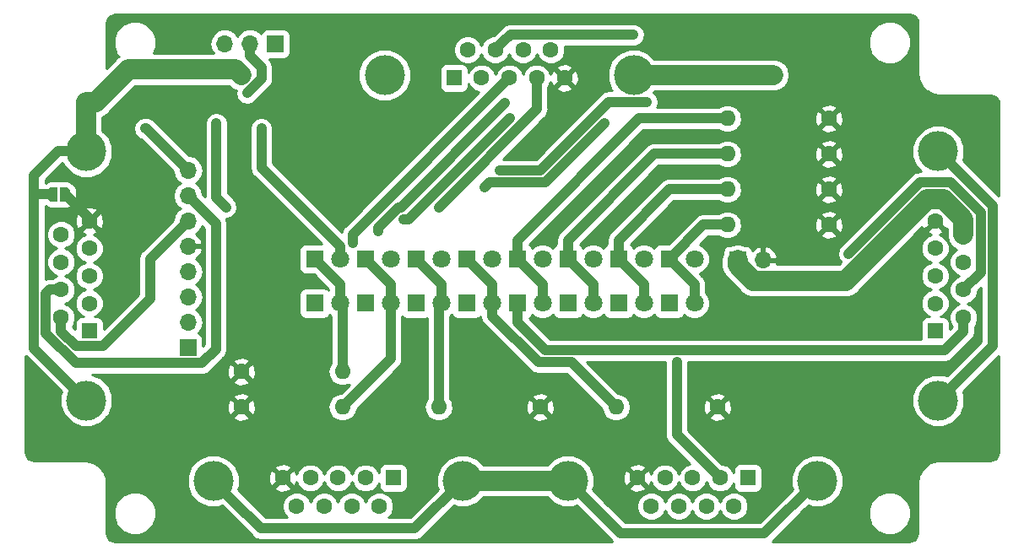
<source format=gbl>
G04 #@! TF.GenerationSoftware,KiCad,Pcbnew,5.0.2-bee76a0~70~ubuntu14.04.1*
G04 #@! TF.CreationDate,2019-02-12T21:08:15+10:00*
G04 #@! TF.ProjectId,RS232Sniffer,52533233-3253-46e6-9966-6665722e6b69,rev?*
G04 #@! TF.SameCoordinates,Original*
G04 #@! TF.FileFunction,Copper,L2,Bot*
G04 #@! TF.FilePolarity,Positive*
%FSLAX46Y46*%
G04 Gerber Fmt 4.6, Leading zero omitted, Abs format (unit mm)*
G04 Created by KiCad (PCBNEW 5.0.2-bee76a0~70~ubuntu14.04.1) date Tue 12 Feb 2019 21:08:15 AEST*
%MOMM*%
%LPD*%
G01*
G04 APERTURE LIST*
G04 #@! TA.AperFunction,ComponentPad*
%ADD10R,1.800000X1.800000*%
G04 #@! TD*
G04 #@! TA.AperFunction,ComponentPad*
%ADD11C,1.800000*%
G04 #@! TD*
G04 #@! TA.AperFunction,ComponentPad*
%ADD12R,1.700000X1.700000*%
G04 #@! TD*
G04 #@! TA.AperFunction,ComponentPad*
%ADD13O,1.700000X1.700000*%
G04 #@! TD*
G04 #@! TA.AperFunction,ComponentPad*
%ADD14O,1.600000X1.600000*%
G04 #@! TD*
G04 #@! TA.AperFunction,ComponentPad*
%ADD15C,1.600000*%
G04 #@! TD*
G04 #@! TA.AperFunction,ComponentPad*
%ADD16C,4.000000*%
G04 #@! TD*
G04 #@! TA.AperFunction,ComponentPad*
%ADD17R,1.600000X1.600000*%
G04 #@! TD*
G04 #@! TA.AperFunction,SMDPad,CuDef*
%ADD18C,0.500000*%
G04 #@! TD*
G04 #@! TA.AperFunction,Conductor*
%ADD19C,0.100000*%
G04 #@! TD*
G04 #@! TA.AperFunction,ViaPad*
%ADD20C,0.800000*%
G04 #@! TD*
G04 #@! TA.AperFunction,Conductor*
%ADD21C,1.000000*%
G04 #@! TD*
G04 #@! TA.AperFunction,Conductor*
%ADD22C,2.000000*%
G04 #@! TD*
G04 #@! TA.AperFunction,Conductor*
%ADD23C,0.254000*%
G04 #@! TD*
G04 APERTURE END LIST*
D10*
G04 #@! TO.P,D1,1*
G04 #@! TO.N,Net-(D1-Pad1)*
X92710000Y-98425000D03*
D11*
G04 #@! TO.P,D1,2*
G04 #@! TO.N,DCD*
X95250000Y-98425000D03*
G04 #@! TD*
G04 #@! TO.P,D2,2*
G04 #@! TO.N,Net-(D1-Pad1)*
X95250000Y-102870000D03*
D10*
G04 #@! TO.P,D2,1*
G04 #@! TO.N,DCD*
X92710000Y-102870000D03*
G04 #@! TD*
G04 #@! TO.P,D3,1*
G04 #@! TO.N,Net-(D3-Pad1)*
X113030000Y-98425000D03*
D11*
G04 #@! TO.P,D3,2*
G04 #@! TO.N,DSR*
X115570000Y-98425000D03*
G04 #@! TD*
G04 #@! TO.P,D4,2*
G04 #@! TO.N,Net-(D3-Pad1)*
X115570000Y-102870000D03*
D10*
G04 #@! TO.P,D4,1*
G04 #@! TO.N,DSR*
X113030000Y-102870000D03*
G04 #@! TD*
G04 #@! TO.P,D5,1*
G04 #@! TO.N,Net-(D5-Pad1)*
X107950000Y-98425000D03*
D11*
G04 #@! TO.P,D5,2*
G04 #@! TO.N,DTR*
X110490000Y-98425000D03*
G04 #@! TD*
G04 #@! TO.P,D6,2*
G04 #@! TO.N,Net-(D5-Pad1)*
X110490000Y-102870000D03*
D10*
G04 #@! TO.P,D6,1*
G04 #@! TO.N,DTR*
X107950000Y-102870000D03*
G04 #@! TD*
G04 #@! TO.P,D7,1*
G04 #@! TO.N,Net-(D7-Pad1)*
X118110000Y-98425000D03*
D11*
G04 #@! TO.P,D7,2*
G04 #@! TO.N,RTS*
X120650000Y-98425000D03*
G04 #@! TD*
G04 #@! TO.P,D8,2*
G04 #@! TO.N,Net-(D7-Pad1)*
X120650000Y-102870000D03*
D10*
G04 #@! TO.P,D8,1*
G04 #@! TO.N,RTS*
X118110000Y-102870000D03*
G04 #@! TD*
G04 #@! TO.P,D9,1*
G04 #@! TO.N,Net-(D10-Pad2)*
X123190000Y-98425000D03*
D11*
G04 #@! TO.P,D9,2*
G04 #@! TO.N,CTS*
X125730000Y-98425000D03*
G04 #@! TD*
G04 #@! TO.P,D10,2*
G04 #@! TO.N,Net-(D10-Pad2)*
X125730000Y-102870000D03*
D10*
G04 #@! TO.P,D10,1*
G04 #@! TO.N,CTS*
X123190000Y-102870000D03*
G04 #@! TD*
G04 #@! TO.P,D11,1*
G04 #@! TO.N,Net-(D11-Pad1)*
X128270000Y-98425000D03*
D11*
G04 #@! TO.P,D11,2*
G04 #@! TO.N,RI*
X130810000Y-98425000D03*
G04 #@! TD*
G04 #@! TO.P,D12,2*
G04 #@! TO.N,Net-(D11-Pad1)*
X130810000Y-102870000D03*
D10*
G04 #@! TO.P,D12,1*
G04 #@! TO.N,RI*
X128270000Y-102870000D03*
G04 #@! TD*
G04 #@! TO.P,D13,1*
G04 #@! TO.N,Net-(D13-Pad1)*
X97790000Y-98425000D03*
D11*
G04 #@! TO.P,D13,2*
G04 #@! TO.N,RX*
X100330000Y-98425000D03*
G04 #@! TD*
G04 #@! TO.P,D14,2*
G04 #@! TO.N,Net-(D13-Pad1)*
X100330000Y-102870000D03*
D10*
G04 #@! TO.P,D14,1*
G04 #@! TO.N,RX*
X97790000Y-102870000D03*
G04 #@! TD*
G04 #@! TO.P,D15,1*
G04 #@! TO.N,Net-(D15-Pad1)*
X102870000Y-98425000D03*
D11*
G04 #@! TO.P,D15,2*
G04 #@! TO.N,TX*
X105410000Y-98425000D03*
G04 #@! TD*
G04 #@! TO.P,D16,2*
G04 #@! TO.N,Net-(D15-Pad1)*
X105410000Y-102870000D03*
D10*
G04 #@! TO.P,D16,1*
G04 #@! TO.N,TX*
X102870000Y-102870000D03*
G04 #@! TD*
D12*
G04 #@! TO.P,J6,1*
G04 #@! TO.N,DCD*
X80010000Y-107315000D03*
D13*
G04 #@! TO.P,J6,2*
G04 #@! TO.N,RX*
X80010000Y-104775000D03*
G04 #@! TO.P,J6,3*
G04 #@! TO.N,TX*
X80010000Y-102235000D03*
G04 #@! TO.P,J6,4*
G04 #@! TO.N,DTR*
X80010000Y-99695000D03*
G04 #@! TO.P,J6,5*
G04 #@! TO.N,GND*
X80010000Y-97155000D03*
G04 #@! TO.P,J6,6*
G04 #@! TO.N,DSR*
X80010000Y-94615000D03*
G04 #@! TO.P,J6,7*
G04 #@! TO.N,RTS*
X80010000Y-92075000D03*
G04 #@! TO.P,J6,8*
G04 #@! TO.N,CTS*
X80010000Y-89535000D03*
G04 #@! TD*
D12*
G04 #@! TO.P,J7,1*
G04 #@! TO.N,RI*
X135128000Y-98552000D03*
D13*
G04 #@! TO.P,J7,2*
G04 #@! TO.N,GND*
X137668000Y-98552000D03*
G04 #@! TD*
D14*
G04 #@! TO.P,R1,2*
G04 #@! TO.N,Net-(D1-Pad1)*
X95504000Y-109728000D03*
D15*
G04 #@! TO.P,R1,1*
G04 #@! TO.N,GND*
X85344000Y-109728000D03*
G04 #@! TD*
G04 #@! TO.P,R2,1*
G04 #@! TO.N,GND*
X144272000Y-84328000D03*
D14*
G04 #@! TO.P,R2,2*
G04 #@! TO.N,Net-(D3-Pad1)*
X134112000Y-84328000D03*
G04 #@! TD*
G04 #@! TO.P,R3,2*
G04 #@! TO.N,Net-(D5-Pad1)*
X122936000Y-113284000D03*
D15*
G04 #@! TO.P,R3,1*
G04 #@! TO.N,GND*
X133096000Y-113284000D03*
G04 #@! TD*
G04 #@! TO.P,R4,1*
G04 #@! TO.N,GND*
X144272000Y-87884000D03*
D14*
G04 #@! TO.P,R4,2*
G04 #@! TO.N,Net-(D7-Pad1)*
X134112000Y-87884000D03*
G04 #@! TD*
D15*
G04 #@! TO.P,R5,1*
G04 #@! TO.N,GND*
X144272000Y-91440000D03*
D14*
G04 #@! TO.P,R5,2*
G04 #@! TO.N,Net-(D10-Pad2)*
X134112000Y-91440000D03*
G04 #@! TD*
G04 #@! TO.P,R6,2*
G04 #@! TO.N,Net-(D11-Pad1)*
X134112000Y-94996000D03*
D15*
G04 #@! TO.P,R6,1*
G04 #@! TO.N,GND*
X144272000Y-94996000D03*
G04 #@! TD*
D14*
G04 #@! TO.P,R7,2*
G04 #@! TO.N,Net-(D13-Pad1)*
X95504000Y-113284000D03*
D15*
G04 #@! TO.P,R7,1*
G04 #@! TO.N,GND*
X85344000Y-113284000D03*
G04 #@! TD*
G04 #@! TO.P,R8,1*
G04 #@! TO.N,GND*
X115316000Y-113284000D03*
D14*
G04 #@! TO.P,R8,2*
G04 #@! TO.N,Net-(D15-Pad1)*
X105156000Y-113284000D03*
G04 #@! TD*
D12*
G04 #@! TO.P,SW1,1*
G04 #@! TO.N,Net-(J4-Pad1)*
X88773000Y-76835000D03*
D13*
G04 #@! TO.P,SW1,2*
G04 #@! TO.N,DCD*
X86233000Y-76835000D03*
G04 #@! TO.P,SW1,3*
G04 #@! TO.N,DSR*
X83693000Y-76835000D03*
G04 #@! TD*
D16*
G04 #@! TO.P,J1,0*
G04 #@! TO.N,Earth*
X69804000Y-112624000D03*
X69804000Y-87624000D03*
D15*
G04 #@! TO.P,J1,9*
G04 #@! TO.N,RI*
X67264000Y-95969000D03*
G04 #@! TO.P,J1,8*
G04 #@! TO.N,CTS*
X67264000Y-98739000D03*
G04 #@! TO.P,J1,7*
G04 #@! TO.N,RTS*
X67264000Y-101509000D03*
G04 #@! TO.P,J1,6*
G04 #@! TO.N,DSR*
X67264000Y-104279000D03*
G04 #@! TO.P,J1,5*
G04 #@! TO.N,GND*
X70104000Y-94584000D03*
G04 #@! TO.P,J1,4*
G04 #@! TO.N,DTR*
X70104000Y-97354000D03*
G04 #@! TO.P,J1,3*
G04 #@! TO.N,TX*
X70104000Y-100124000D03*
G04 #@! TO.P,J1,2*
G04 #@! TO.N,RX*
X70104000Y-102894000D03*
D17*
G04 #@! TO.P,J1,1*
G04 #@! TO.N,DCD*
X70104000Y-105664000D03*
G04 #@! TD*
G04 #@! TO.P,J2,1*
G04 #@! TO.N,N/C*
X100584000Y-120396000D03*
D15*
G04 #@! TO.P,J2,2*
G04 #@! TO.N,RX*
X97814000Y-120396000D03*
G04 #@! TO.P,J2,3*
G04 #@! TO.N,N/C*
X95044000Y-120396000D03*
G04 #@! TO.P,J2,4*
X92274000Y-120396000D03*
G04 #@! TO.P,J2,5*
G04 #@! TO.N,GND*
X89504000Y-120396000D03*
G04 #@! TO.P,J2,6*
G04 #@! TO.N,N/C*
X99199000Y-123236000D03*
G04 #@! TO.P,J2,7*
X96429000Y-123236000D03*
G04 #@! TO.P,J2,8*
X93659000Y-123236000D03*
G04 #@! TO.P,J2,9*
X90889000Y-123236000D03*
D16*
G04 #@! TO.P,J2,0*
G04 #@! TO.N,Earth*
X82544000Y-120696000D03*
X107544000Y-120696000D03*
G04 #@! TD*
G04 #@! TO.P,J3,0*
G04 #@! TO.N,Earth*
X143104000Y-120696000D03*
X118104000Y-120696000D03*
D15*
G04 #@! TO.P,J3,9*
G04 #@! TO.N,N/C*
X126449000Y-123236000D03*
G04 #@! TO.P,J3,8*
X129219000Y-123236000D03*
G04 #@! TO.P,J3,7*
X131989000Y-123236000D03*
G04 #@! TO.P,J3,6*
X134759000Y-123236000D03*
G04 #@! TO.P,J3,5*
G04 #@! TO.N,GND*
X125064000Y-120396000D03*
G04 #@! TO.P,J3,4*
G04 #@! TO.N,N/C*
X127834000Y-120396000D03*
G04 #@! TO.P,J3,3*
X130604000Y-120396000D03*
G04 #@! TO.P,J3,2*
G04 #@! TO.N,TX*
X133374000Y-120396000D03*
D17*
G04 #@! TO.P,J3,1*
G04 #@! TO.N,N/C*
X136144000Y-120396000D03*
G04 #@! TD*
G04 #@! TO.P,J4,1*
G04 #@! TO.N,Net-(J4-Pad1)*
X154940000Y-105664000D03*
D15*
G04 #@! TO.P,J4,2*
G04 #@! TO.N,RX*
X154940000Y-102894000D03*
G04 #@! TO.P,J4,3*
G04 #@! TO.N,TX*
X154940000Y-100124000D03*
G04 #@! TO.P,J4,4*
G04 #@! TO.N,DTR*
X154940000Y-97354000D03*
G04 #@! TO.P,J4,5*
G04 #@! TO.N,GND*
X154940000Y-94584000D03*
G04 #@! TO.P,J4,6*
G04 #@! TO.N,DSR*
X157780000Y-104279000D03*
G04 #@! TO.P,J4,7*
G04 #@! TO.N,RTS*
X157780000Y-101509000D03*
G04 #@! TO.P,J4,8*
G04 #@! TO.N,CTS*
X157780000Y-98739000D03*
G04 #@! TO.P,J4,9*
G04 #@! TO.N,RI*
X157780000Y-95969000D03*
D16*
G04 #@! TO.P,J4,0*
G04 #@! TO.N,Earth*
X155240000Y-112624000D03*
X155240000Y-87624000D03*
G04 #@! TD*
D17*
G04 #@! TO.P,J5,1*
G04 #@! TO.N,DTR*
X106680000Y-80264000D03*
D15*
G04 #@! TO.P,J5,2*
G04 #@! TO.N,TX*
X109450000Y-80264000D03*
G04 #@! TO.P,J5,3*
G04 #@! TO.N,RX*
X112220000Y-80264000D03*
G04 #@! TO.P,J5,4*
G04 #@! TO.N,DSR*
X114990000Y-80264000D03*
G04 #@! TO.P,J5,5*
G04 #@! TO.N,GND*
X117760000Y-80264000D03*
G04 #@! TO.P,J5,6*
G04 #@! TO.N,DTR*
X108065000Y-77424000D03*
G04 #@! TO.P,J5,7*
G04 #@! TO.N,CTS*
X110835000Y-77424000D03*
G04 #@! TO.P,J5,8*
G04 #@! TO.N,RTS*
X113605000Y-77424000D03*
G04 #@! TO.P,J5,9*
G04 #@! TO.N,RI*
X116375000Y-77424000D03*
D16*
G04 #@! TO.P,J5,0*
G04 #@! TO.N,Earth*
X124720000Y-79964000D03*
X99720000Y-79964000D03*
G04 #@! TD*
D18*
G04 #@! TO.P,JP1,1*
G04 #@! TO.N,Earth*
X66406000Y-91948000D03*
D19*
G04 #@! TD*
G04 #@! TO.N,Earth*
G04 #@! TO.C,JP1*
G36*
X66906000Y-92698000D02*
X66406000Y-92698000D01*
X66406000Y-92697398D01*
X66381466Y-92697398D01*
X66332635Y-92692588D01*
X66284510Y-92683016D01*
X66237555Y-92668772D01*
X66192222Y-92649995D01*
X66148949Y-92626864D01*
X66108150Y-92599604D01*
X66070221Y-92568476D01*
X66035524Y-92533779D01*
X66004396Y-92495850D01*
X65977136Y-92455051D01*
X65954005Y-92411778D01*
X65935228Y-92366445D01*
X65920984Y-92319490D01*
X65911412Y-92271365D01*
X65906602Y-92222534D01*
X65906602Y-92198000D01*
X65906000Y-92198000D01*
X65906000Y-91698000D01*
X65906602Y-91698000D01*
X65906602Y-91673466D01*
X65911412Y-91624635D01*
X65920984Y-91576510D01*
X65935228Y-91529555D01*
X65954005Y-91484222D01*
X65977136Y-91440949D01*
X66004396Y-91400150D01*
X66035524Y-91362221D01*
X66070221Y-91327524D01*
X66108150Y-91296396D01*
X66148949Y-91269136D01*
X66192222Y-91246005D01*
X66237555Y-91227228D01*
X66284510Y-91212984D01*
X66332635Y-91203412D01*
X66381466Y-91198602D01*
X66406000Y-91198602D01*
X66406000Y-91198000D01*
X66906000Y-91198000D01*
X66906000Y-92698000D01*
X66906000Y-92698000D01*
G37*
D18*
G04 #@! TO.P,JP1,2*
G04 #@! TO.N,GND*
X67706000Y-91948000D03*
D19*
G04 #@! TD*
G04 #@! TO.N,GND*
G04 #@! TO.C,JP1*
G36*
X67706000Y-91198602D02*
X67730534Y-91198602D01*
X67779365Y-91203412D01*
X67827490Y-91212984D01*
X67874445Y-91227228D01*
X67919778Y-91246005D01*
X67963051Y-91269136D01*
X68003850Y-91296396D01*
X68041779Y-91327524D01*
X68076476Y-91362221D01*
X68107604Y-91400150D01*
X68134864Y-91440949D01*
X68157995Y-91484222D01*
X68176772Y-91529555D01*
X68191016Y-91576510D01*
X68200588Y-91624635D01*
X68205398Y-91673466D01*
X68205398Y-91698000D01*
X68206000Y-91698000D01*
X68206000Y-92198000D01*
X68205398Y-92198000D01*
X68205398Y-92222534D01*
X68200588Y-92271365D01*
X68191016Y-92319490D01*
X68176772Y-92366445D01*
X68157995Y-92411778D01*
X68134864Y-92455051D01*
X68107604Y-92495850D01*
X68076476Y-92533779D01*
X68041779Y-92568476D01*
X68003850Y-92599604D01*
X67963051Y-92626864D01*
X67919778Y-92649995D01*
X67874445Y-92668772D01*
X67827490Y-92683016D01*
X67779365Y-92692588D01*
X67730534Y-92697398D01*
X67706000Y-92697398D01*
X67706000Y-92698000D01*
X67206000Y-92698000D01*
X67206000Y-91198000D01*
X67706000Y-91198000D01*
X67706000Y-91198602D01*
X67706000Y-91198602D01*
G37*
D20*
G04 #@! TO.N,DCD*
X85924176Y-81788000D03*
X87376000Y-85344000D03*
G04 #@! TO.N,DSR*
X105156000Y-93224969D03*
X83820000Y-93224969D03*
X82843001Y-84836000D03*
G04 #@! TO.N,RTS*
X109728000Y-91225001D03*
X121758140Y-84836000D03*
X146280621Y-98020621D03*
G04 #@! TO.N,DTR*
X112268000Y-84328000D03*
X101600000Y-94424979D03*
G04 #@! TO.N,CTS*
X111252000Y-89535000D03*
X126016001Y-82664001D03*
X124676001Y-75923999D03*
X75692000Y-85344000D03*
G04 #@! TO.N,RX*
X96520000Y-96824999D03*
G04 #@! TO.N,TX*
X129032000Y-108795011D03*
X99060000Y-95624989D03*
X111760000Y-82804000D03*
G04 #@! TO.N,Earth*
X138684000Y-79964000D03*
X85344000Y-79964000D03*
G04 #@! TD*
D21*
G04 #@! TO.N,GND*
X70104000Y-94346000D02*
X67706000Y-91948000D01*
X70104000Y-94584000D02*
X70104000Y-94346000D01*
G04 #@! TO.N,DCD*
X95250000Y-97152208D02*
X95250000Y-98425000D01*
X86233000Y-76835000D02*
X86233000Y-78037081D01*
X87376000Y-79180081D02*
X87376000Y-80336176D01*
X87376000Y-80336176D02*
X85924176Y-81788000D01*
X86233000Y-78037081D02*
X87376000Y-79180081D01*
X87376000Y-89278208D02*
X87376000Y-85344000D01*
X87376000Y-89278208D02*
X95250000Y-97152208D01*
X87376000Y-85344000D02*
X87376000Y-85344000D01*
G04 #@! TO.N,DSR*
X68743999Y-107164001D02*
X71464001Y-107164001D01*
X71464001Y-107164001D02*
X76200000Y-102428002D01*
X67264000Y-105684002D02*
X68743999Y-107164001D01*
X67264000Y-104279000D02*
X67264000Y-105684002D01*
X76200000Y-98425000D02*
X80010000Y-94615000D01*
X76200000Y-102428002D02*
X76200000Y-98425000D01*
X157780000Y-105684002D02*
X157780000Y-105410370D01*
X157780000Y-105410370D02*
X157780000Y-104279000D01*
X113030000Y-104770000D02*
X115855001Y-107595001D01*
X155869001Y-107595001D02*
X157780000Y-105684002D01*
X115855001Y-107595001D02*
X155869001Y-107595001D01*
X113030000Y-102870000D02*
X113030000Y-104770000D01*
X114990000Y-83390969D02*
X114990000Y-80264000D01*
X105156000Y-93224969D02*
X114990000Y-83390969D01*
X83420001Y-92824970D02*
X83820000Y-93224969D01*
X82843001Y-92247970D02*
X83420001Y-92824970D01*
X82843001Y-84836000D02*
X82843001Y-92247970D01*
G04 #@! TO.N,RTS*
X81420001Y-108865001D02*
X82804000Y-107481002D01*
X68747929Y-108865001D02*
X81420001Y-108865001D01*
X65763999Y-101877631D02*
X65763999Y-105881071D01*
X66132630Y-101509000D02*
X65763999Y-101877631D01*
X65763999Y-105881071D02*
X68747929Y-108865001D01*
X67264000Y-101509000D02*
X66132630Y-101509000D01*
X82804000Y-94869000D02*
X80010000Y-92075000D01*
X82804000Y-107481002D02*
X82804000Y-94869000D01*
X110217991Y-90735010D02*
X115859130Y-90735010D01*
X115859130Y-90735010D02*
X121758140Y-84836000D01*
X109728000Y-91225001D02*
X110217991Y-90735010D01*
X146280621Y-97879200D02*
X146280621Y-97879201D01*
X153403831Y-90755990D02*
X146280621Y-97879200D01*
X156476169Y-90755990D02*
X153403831Y-90755990D01*
X159512000Y-93791822D02*
X156476169Y-90755990D01*
X159512000Y-99777000D02*
X159512000Y-93791822D01*
X157780000Y-101509000D02*
X159512000Y-99777000D01*
G04 #@! TO.N,Net-(D1-Pad1)*
X95250000Y-100965000D02*
X92710000Y-98425000D01*
X95250000Y-102870000D02*
X95250000Y-100965000D01*
X95504000Y-103124000D02*
X95250000Y-102870000D01*
X95504000Y-109728000D02*
X95504000Y-103124000D01*
G04 #@! TO.N,Net-(D3-Pad1)*
X115570000Y-100965000D02*
X113030000Y-98425000D01*
X115570000Y-102870000D02*
X115570000Y-100965000D01*
X132980630Y-84328000D02*
X134112000Y-84328000D01*
X125227000Y-84328000D02*
X132980630Y-84328000D01*
X113030000Y-96525000D02*
X125227000Y-84328000D01*
X113030000Y-98425000D02*
X113030000Y-96525000D01*
G04 #@! TO.N,Net-(D5-Pad1)*
X110490000Y-100965000D02*
X107950000Y-98425000D01*
X110490000Y-102870000D02*
X110490000Y-100965000D01*
X110490000Y-104142792D02*
X110490000Y-102870000D01*
X115142219Y-108795011D02*
X110490000Y-104142792D01*
X118447011Y-108795011D02*
X115142219Y-108795011D01*
X122936000Y-113284000D02*
X118447011Y-108795011D01*
G04 #@! TO.N,DTR*
X102171021Y-94424979D02*
X112268000Y-84328000D01*
X101600000Y-94424979D02*
X102171021Y-94424979D01*
G04 #@! TO.N,Net-(D7-Pad1)*
X120650000Y-100965000D02*
X118110000Y-98425000D01*
X120650000Y-102870000D02*
X120650000Y-100965000D01*
X132980630Y-87884000D02*
X134112000Y-87884000D01*
X126751000Y-87884000D02*
X132980630Y-87884000D01*
X118110000Y-96525000D02*
X126751000Y-87884000D01*
X118110000Y-98425000D02*
X118110000Y-96525000D01*
G04 #@! TO.N,Net-(D10-Pad2)*
X125730000Y-100965000D02*
X123190000Y-98425000D01*
X125730000Y-102870000D02*
X125730000Y-100965000D01*
X132980630Y-91440000D02*
X134112000Y-91440000D01*
X123190000Y-96525000D02*
X128275000Y-91440000D01*
X128275000Y-91440000D02*
X132980630Y-91440000D01*
X123190000Y-98425000D02*
X123190000Y-96525000D01*
G04 #@! TO.N,CTS*
X111634999Y-76624001D02*
X110835000Y-77424000D01*
X112335001Y-75923999D02*
X111634999Y-76624001D01*
X122233069Y-82664001D02*
X126016001Y-82664001D01*
X115362070Y-89535000D02*
X122233069Y-82664001D01*
X111252000Y-89535000D02*
X115362070Y-89535000D01*
X124676001Y-75923999D02*
X112335001Y-75923999D01*
X75819000Y-85344000D02*
X80010000Y-89535000D01*
X75692000Y-85344000D02*
X75819000Y-85344000D01*
G04 #@! TO.N,Net-(D11-Pad1)*
X130810000Y-100965000D02*
X128270000Y-98425000D01*
X130810000Y-102870000D02*
X130810000Y-100965000D01*
X131699000Y-94996000D02*
X134112000Y-94996000D01*
X128270000Y-98425000D02*
X131699000Y-94996000D01*
D22*
G04 #@! TO.N,RI*
X135128000Y-98552000D02*
X135128000Y-99046002D01*
X145961997Y-100602001D02*
X154107998Y-92456000D01*
X135128000Y-99046002D02*
X136683999Y-100602001D01*
X157780000Y-94837630D02*
X157780000Y-95969000D01*
X136683999Y-100602001D02*
X145961997Y-100602001D01*
X154107998Y-92456000D02*
X155772002Y-92456000D01*
X155772002Y-92456000D02*
X157780000Y-94463998D01*
X157780000Y-94463998D02*
X157780000Y-94837630D01*
D21*
G04 #@! TO.N,Net-(D13-Pad1)*
X100330000Y-100965000D02*
X100330000Y-102870000D01*
X97790000Y-98425000D02*
X100330000Y-100965000D01*
X100330000Y-104142792D02*
X100330000Y-102870000D01*
X100330000Y-108458000D02*
X100330000Y-104142792D01*
X95504000Y-113284000D02*
X100330000Y-108458000D01*
G04 #@! TO.N,RX*
X96520000Y-95964000D02*
X112220000Y-80264000D01*
X96520000Y-96824999D02*
X96520000Y-95964000D01*
G04 #@! TO.N,Net-(D15-Pad1)*
X105410000Y-100965000D02*
X102870000Y-98425000D01*
X105410000Y-102870000D02*
X105410000Y-100965000D01*
X105156000Y-103124000D02*
X105410000Y-102870000D01*
X105156000Y-113284000D02*
X105156000Y-103124000D01*
G04 #@! TO.N,TX*
X129032000Y-116054000D02*
X129032000Y-108795011D01*
X133374000Y-120396000D02*
X129032000Y-116054000D01*
X101339031Y-93224969D02*
X111760000Y-82804000D01*
X101102940Y-93224969D02*
X101339031Y-93224969D01*
X99060000Y-95267909D02*
X101102940Y-93224969D01*
X99060000Y-95624989D02*
X99060000Y-95267909D01*
G04 #@! TO.N,Earth*
X66975573Y-87624000D02*
X69804000Y-87624000D01*
X66406000Y-88193573D02*
X66975573Y-87624000D01*
D22*
X124720000Y-79964000D02*
X138684000Y-79964000D01*
X118104000Y-120696000D02*
X107544000Y-120696000D01*
X69804000Y-87624000D02*
X69856000Y-87624000D01*
D21*
X84543999Y-122695999D02*
X82544000Y-120696000D01*
X87324000Y-125476000D02*
X84543999Y-122695999D01*
X102764000Y-125476000D02*
X87324000Y-125476000D01*
X107544000Y-120696000D02*
X102764000Y-125476000D01*
X143104000Y-120696000D02*
X137816000Y-125984000D01*
X123392000Y-125984000D02*
X118104000Y-120696000D01*
X137816000Y-125984000D02*
X123392000Y-125984000D01*
X157239999Y-89623999D02*
X155240000Y-87624000D01*
X160712010Y-93096010D02*
X157239999Y-89623999D01*
X160712010Y-107151990D02*
X160712010Y-93096010D01*
X155240000Y-112624000D02*
X160712010Y-107151990D01*
X64563989Y-90035584D02*
X66975573Y-87624000D01*
X69804000Y-112624000D02*
X64563989Y-107383989D01*
D22*
X69804000Y-82685701D02*
X69804000Y-87624000D01*
X70778857Y-82685701D02*
X69804000Y-82685701D01*
X74056557Y-79408001D02*
X70778857Y-82685701D01*
X84788001Y-79408001D02*
X74056557Y-79408001D01*
X85344000Y-79964000D02*
X84788001Y-79408001D01*
D21*
X66406000Y-91948000D02*
X64563989Y-91948000D01*
X64563989Y-91948000D02*
X64563989Y-90035584D01*
X64563989Y-107383989D02*
X64563989Y-91948000D01*
G04 #@! TD*
D23*
G04 #@! TO.N,GND*
G36*
X152652295Y-73939105D02*
X152877385Y-74060557D01*
X153051001Y-74248374D01*
X153160397Y-74495822D01*
X153189000Y-74722239D01*
X153189001Y-79828388D01*
X153198051Y-79873884D01*
X153242675Y-80227122D01*
X153255143Y-80268813D01*
X153258557Y-80312193D01*
X153299643Y-80432196D01*
X153501994Y-80889904D01*
X153533774Y-80938285D01*
X153556762Y-80991406D01*
X153634503Y-81091630D01*
X153974203Y-81459115D01*
X154019944Y-81494595D01*
X154058896Y-81537403D01*
X154164902Y-81607036D01*
X154164910Y-81607043D01*
X154164915Y-81607045D01*
X154605330Y-81844680D01*
X154660093Y-81863430D01*
X154710816Y-81891315D01*
X154833669Y-81922858D01*
X154833672Y-81922859D01*
X154833673Y-81922859D01*
X155315942Y-82003131D01*
X155375612Y-82015000D01*
X160467252Y-82015000D01*
X160780295Y-82067105D01*
X161005385Y-82188557D01*
X161179001Y-82376374D01*
X161288397Y-82623822D01*
X161317000Y-82850239D01*
X161317000Y-92095868D01*
X158121609Y-88900478D01*
X158121607Y-88900475D01*
X157726874Y-88505742D01*
X157875000Y-88148134D01*
X157875000Y-87099866D01*
X157473845Y-86131392D01*
X156732608Y-85390155D01*
X155764134Y-84989000D01*
X154715866Y-84989000D01*
X153747392Y-85390155D01*
X153006155Y-86131392D01*
X152605000Y-87099866D01*
X152605000Y-88148134D01*
X153006155Y-89116608D01*
X153509277Y-89619730D01*
X153403830Y-89598755D01*
X153066450Y-89665864D01*
X152960976Y-89686844D01*
X152585542Y-89937701D01*
X152522220Y-90032469D01*
X145557103Y-96997587D01*
X145462332Y-97060911D01*
X145265258Y-97355854D01*
X145211475Y-97436346D01*
X145123386Y-97879200D01*
X145145621Y-97990983D01*
X145145621Y-97990984D01*
X145211475Y-98322056D01*
X145462332Y-98697490D01*
X145517445Y-98734315D01*
X145284759Y-98967001D01*
X139082196Y-98967001D01*
X139109486Y-98908892D01*
X138988819Y-98679000D01*
X137795000Y-98679000D01*
X137795000Y-98699000D01*
X137541000Y-98699000D01*
X137541000Y-98679000D01*
X137521000Y-98679000D01*
X137521000Y-98425000D01*
X137541000Y-98425000D01*
X137541000Y-97231845D01*
X137795000Y-97231845D01*
X137795000Y-98425000D01*
X138988819Y-98425000D01*
X139109486Y-98195108D01*
X138863183Y-97670642D01*
X138434924Y-97280355D01*
X138024890Y-97110524D01*
X137795000Y-97231845D01*
X137541000Y-97231845D01*
X137311110Y-97110524D01*
X136901076Y-97280355D01*
X136596739Y-97557708D01*
X136576157Y-97454235D01*
X136435809Y-97244191D01*
X136225765Y-97103843D01*
X135978000Y-97054560D01*
X135829843Y-97054560D01*
X135765944Y-97011864D01*
X135128000Y-96884969D01*
X134490055Y-97011864D01*
X134426156Y-97054560D01*
X134278000Y-97054560D01*
X134030235Y-97103843D01*
X133820191Y-97244191D01*
X133679843Y-97454235D01*
X133630560Y-97702000D01*
X133630560Y-97850157D01*
X133587864Y-97914056D01*
X133493000Y-98390970D01*
X133493000Y-98884972D01*
X133460969Y-99046002D01*
X133493000Y-99207032D01*
X133493000Y-99207033D01*
X133587864Y-99683947D01*
X133949231Y-100224771D01*
X134085749Y-100315989D01*
X135414013Y-101644253D01*
X135505230Y-101780770D01*
X136046054Y-102142137D01*
X136522968Y-102237001D01*
X136522969Y-102237001D01*
X136683999Y-102269032D01*
X136845029Y-102237001D01*
X145800967Y-102237001D01*
X145961997Y-102269032D01*
X146123027Y-102237001D01*
X146123028Y-102237001D01*
X146599942Y-102142137D01*
X147140766Y-101780770D01*
X147231985Y-101644251D01*
X153642816Y-95233421D01*
X153686136Y-95338005D01*
X153932255Y-95412139D01*
X154760395Y-94584000D01*
X154746253Y-94569858D01*
X154925858Y-94390253D01*
X154940000Y-94404395D01*
X154954143Y-94390253D01*
X155133748Y-94569858D01*
X155119605Y-94584000D01*
X155947745Y-95412139D01*
X156145000Y-95352723D01*
X156145000Y-96130031D01*
X156239864Y-96606945D01*
X156601232Y-97147769D01*
X157087433Y-97472638D01*
X156967138Y-97522466D01*
X156563466Y-97926138D01*
X156345000Y-98453561D01*
X156345000Y-99024439D01*
X156563466Y-99551862D01*
X156967138Y-99955534D01*
X157373850Y-100124000D01*
X156967138Y-100292466D01*
X156563466Y-100696138D01*
X156345000Y-101223561D01*
X156345000Y-101794439D01*
X156563466Y-102321862D01*
X156967138Y-102725534D01*
X157373850Y-102894000D01*
X156967138Y-103062466D01*
X156563466Y-103466138D01*
X156345000Y-103993561D01*
X156345000Y-104564439D01*
X156563466Y-105091862D01*
X156645000Y-105173396D01*
X156645000Y-105213870D01*
X156387440Y-105471430D01*
X156387440Y-104864000D01*
X156338157Y-104616235D01*
X156197809Y-104406191D01*
X155987765Y-104265843D01*
X155740000Y-104216560D01*
X155496893Y-104216560D01*
X155752862Y-104110534D01*
X156156534Y-103706862D01*
X156375000Y-103179439D01*
X156375000Y-102608561D01*
X156156534Y-102081138D01*
X155752862Y-101677466D01*
X155346150Y-101509000D01*
X155752862Y-101340534D01*
X156156534Y-100936862D01*
X156375000Y-100409439D01*
X156375000Y-99838561D01*
X156156534Y-99311138D01*
X155752862Y-98907466D01*
X155346150Y-98739000D01*
X155752862Y-98570534D01*
X156156534Y-98166862D01*
X156375000Y-97639439D01*
X156375000Y-97068561D01*
X156156534Y-96541138D01*
X155752862Y-96137466D01*
X155361782Y-95975475D01*
X155694005Y-95837864D01*
X155768139Y-95591745D01*
X154940000Y-94763605D01*
X154111861Y-95591745D01*
X154185995Y-95837864D01*
X154541739Y-95965732D01*
X154127138Y-96137466D01*
X153723466Y-96541138D01*
X153505000Y-97068561D01*
X153505000Y-97639439D01*
X153723466Y-98166862D01*
X154127138Y-98570534D01*
X154533850Y-98739000D01*
X154127138Y-98907466D01*
X153723466Y-99311138D01*
X153505000Y-99838561D01*
X153505000Y-100409439D01*
X153723466Y-100936862D01*
X154127138Y-101340534D01*
X154533850Y-101509000D01*
X154127138Y-101677466D01*
X153723466Y-102081138D01*
X153505000Y-102608561D01*
X153505000Y-103179439D01*
X153723466Y-103706862D01*
X154127138Y-104110534D01*
X154383107Y-104216560D01*
X154140000Y-104216560D01*
X153892235Y-104265843D01*
X153682191Y-104406191D01*
X153541843Y-104616235D01*
X153492560Y-104864000D01*
X153492560Y-106460001D01*
X116325133Y-106460001D01*
X114211049Y-104345917D01*
X114387809Y-104227809D01*
X114528157Y-104017765D01*
X114531275Y-104002092D01*
X114700493Y-104171310D01*
X115264670Y-104405000D01*
X115875330Y-104405000D01*
X116439507Y-104171310D01*
X116608725Y-104002092D01*
X116611843Y-104017765D01*
X116752191Y-104227809D01*
X116962235Y-104368157D01*
X117210000Y-104417440D01*
X119010000Y-104417440D01*
X119257765Y-104368157D01*
X119467809Y-104227809D01*
X119608157Y-104017765D01*
X119611275Y-104002092D01*
X119780493Y-104171310D01*
X120344670Y-104405000D01*
X120955330Y-104405000D01*
X121519507Y-104171310D01*
X121688725Y-104002092D01*
X121691843Y-104017765D01*
X121832191Y-104227809D01*
X122042235Y-104368157D01*
X122290000Y-104417440D01*
X124090000Y-104417440D01*
X124337765Y-104368157D01*
X124547809Y-104227809D01*
X124688157Y-104017765D01*
X124691275Y-104002092D01*
X124860493Y-104171310D01*
X125424670Y-104405000D01*
X126035330Y-104405000D01*
X126599507Y-104171310D01*
X126768725Y-104002092D01*
X126771843Y-104017765D01*
X126912191Y-104227809D01*
X127122235Y-104368157D01*
X127370000Y-104417440D01*
X129170000Y-104417440D01*
X129417765Y-104368157D01*
X129627809Y-104227809D01*
X129768157Y-104017765D01*
X129771275Y-104002092D01*
X129940493Y-104171310D01*
X130504670Y-104405000D01*
X131115330Y-104405000D01*
X131679507Y-104171310D01*
X132111310Y-103739507D01*
X132345000Y-103175330D01*
X132345000Y-102564670D01*
X132111310Y-102000493D01*
X131945000Y-101834183D01*
X131945000Y-101076781D01*
X131967235Y-100964999D01*
X131918580Y-100720396D01*
X131879146Y-100522145D01*
X131628289Y-100146711D01*
X131533521Y-100083389D01*
X131323786Y-99873654D01*
X131679507Y-99726310D01*
X132111310Y-99294507D01*
X132345000Y-98730330D01*
X132345000Y-98119670D01*
X132111310Y-97555493D01*
X131679507Y-97123690D01*
X131323786Y-96976345D01*
X132169132Y-96131000D01*
X133227717Y-96131000D01*
X133552091Y-96347740D01*
X133970667Y-96431000D01*
X134253333Y-96431000D01*
X134671909Y-96347740D01*
X135146577Y-96030577D01*
X135164505Y-96003745D01*
X143443861Y-96003745D01*
X143517995Y-96249864D01*
X144055223Y-96442965D01*
X144625454Y-96415778D01*
X145026005Y-96249864D01*
X145100139Y-96003745D01*
X144272000Y-95175605D01*
X143443861Y-96003745D01*
X135164505Y-96003745D01*
X135463740Y-95555909D01*
X135575113Y-94996000D01*
X135531994Y-94779223D01*
X142825035Y-94779223D01*
X142852222Y-95349454D01*
X143018136Y-95750005D01*
X143264255Y-95824139D01*
X144092395Y-94996000D01*
X144451605Y-94996000D01*
X145279745Y-95824139D01*
X145525864Y-95750005D01*
X145718965Y-95212777D01*
X145691778Y-94642546D01*
X145525864Y-94241995D01*
X145279745Y-94167861D01*
X144451605Y-94996000D01*
X144092395Y-94996000D01*
X143264255Y-94167861D01*
X143018136Y-94241995D01*
X142825035Y-94779223D01*
X135531994Y-94779223D01*
X135463740Y-94436091D01*
X135164506Y-93988255D01*
X143443861Y-93988255D01*
X144272000Y-94816395D01*
X145100139Y-93988255D01*
X145026005Y-93742136D01*
X144488777Y-93549035D01*
X143918546Y-93576222D01*
X143517995Y-93742136D01*
X143443861Y-93988255D01*
X135164506Y-93988255D01*
X135146577Y-93961423D01*
X134671909Y-93644260D01*
X134253333Y-93561000D01*
X133970667Y-93561000D01*
X133552091Y-93644260D01*
X133227717Y-93861000D01*
X131810781Y-93861000D01*
X131698999Y-93838765D01*
X131587217Y-93861000D01*
X131256145Y-93926854D01*
X130880711Y-94177711D01*
X130817389Y-94272479D01*
X128212309Y-96877560D01*
X127370000Y-96877560D01*
X127122235Y-96926843D01*
X126912191Y-97067191D01*
X126771843Y-97277235D01*
X126768725Y-97292908D01*
X126599507Y-97123690D01*
X126035330Y-96890000D01*
X125424670Y-96890000D01*
X124860493Y-97123690D01*
X124691275Y-97292908D01*
X124688157Y-97277235D01*
X124547809Y-97067191D01*
X124371049Y-96949083D01*
X128745132Y-92575000D01*
X133227717Y-92575000D01*
X133552091Y-92791740D01*
X133970667Y-92875000D01*
X134253333Y-92875000D01*
X134671909Y-92791740D01*
X135146577Y-92474577D01*
X135164505Y-92447745D01*
X143443861Y-92447745D01*
X143517995Y-92693864D01*
X144055223Y-92886965D01*
X144625454Y-92859778D01*
X145026005Y-92693864D01*
X145100139Y-92447745D01*
X144272000Y-91619605D01*
X143443861Y-92447745D01*
X135164505Y-92447745D01*
X135463740Y-91999909D01*
X135575113Y-91440000D01*
X135531994Y-91223223D01*
X142825035Y-91223223D01*
X142852222Y-91793454D01*
X143018136Y-92194005D01*
X143264255Y-92268139D01*
X144092395Y-91440000D01*
X144451605Y-91440000D01*
X145279745Y-92268139D01*
X145525864Y-92194005D01*
X145718965Y-91656777D01*
X145691778Y-91086546D01*
X145525864Y-90685995D01*
X145279745Y-90611861D01*
X144451605Y-91440000D01*
X144092395Y-91440000D01*
X143264255Y-90611861D01*
X143018136Y-90685995D01*
X142825035Y-91223223D01*
X135531994Y-91223223D01*
X135463740Y-90880091D01*
X135164506Y-90432255D01*
X143443861Y-90432255D01*
X144272000Y-91260395D01*
X145100139Y-90432255D01*
X145026005Y-90186136D01*
X144488777Y-89993035D01*
X143918546Y-90020222D01*
X143517995Y-90186136D01*
X143443861Y-90432255D01*
X135164506Y-90432255D01*
X135146577Y-90405423D01*
X134671909Y-90088260D01*
X134253333Y-90005000D01*
X133970667Y-90005000D01*
X133552091Y-90088260D01*
X133227717Y-90305000D01*
X128386783Y-90305000D01*
X128275000Y-90282765D01*
X128163217Y-90305000D01*
X127832145Y-90370854D01*
X127456711Y-90621711D01*
X127393389Y-90716479D01*
X122466480Y-95643389D01*
X122371712Y-95706711D01*
X122202592Y-95959817D01*
X122120854Y-96082146D01*
X122032765Y-96525000D01*
X122055001Y-96636788D01*
X122055001Y-96924304D01*
X122042235Y-96926843D01*
X121832191Y-97067191D01*
X121691843Y-97277235D01*
X121688725Y-97292908D01*
X121519507Y-97123690D01*
X120955330Y-96890000D01*
X120344670Y-96890000D01*
X119780493Y-97123690D01*
X119611275Y-97292908D01*
X119608157Y-97277235D01*
X119467809Y-97067191D01*
X119291049Y-96949083D01*
X127221132Y-89019000D01*
X133227717Y-89019000D01*
X133552091Y-89235740D01*
X133970667Y-89319000D01*
X134253333Y-89319000D01*
X134671909Y-89235740D01*
X135146577Y-88918577D01*
X135164505Y-88891745D01*
X143443861Y-88891745D01*
X143517995Y-89137864D01*
X144055223Y-89330965D01*
X144625454Y-89303778D01*
X145026005Y-89137864D01*
X145100139Y-88891745D01*
X144272000Y-88063605D01*
X143443861Y-88891745D01*
X135164505Y-88891745D01*
X135463740Y-88443909D01*
X135575113Y-87884000D01*
X135531994Y-87667223D01*
X142825035Y-87667223D01*
X142852222Y-88237454D01*
X143018136Y-88638005D01*
X143264255Y-88712139D01*
X144092395Y-87884000D01*
X144451605Y-87884000D01*
X145279745Y-88712139D01*
X145525864Y-88638005D01*
X145718965Y-88100777D01*
X145691778Y-87530546D01*
X145525864Y-87129995D01*
X145279745Y-87055861D01*
X144451605Y-87884000D01*
X144092395Y-87884000D01*
X143264255Y-87055861D01*
X143018136Y-87129995D01*
X142825035Y-87667223D01*
X135531994Y-87667223D01*
X135463740Y-87324091D01*
X135164506Y-86876255D01*
X143443861Y-86876255D01*
X144272000Y-87704395D01*
X145100139Y-86876255D01*
X145026005Y-86630136D01*
X144488777Y-86437035D01*
X143918546Y-86464222D01*
X143517995Y-86630136D01*
X143443861Y-86876255D01*
X135164506Y-86876255D01*
X135146577Y-86849423D01*
X134671909Y-86532260D01*
X134253333Y-86449000D01*
X133970667Y-86449000D01*
X133552091Y-86532260D01*
X133227717Y-86749000D01*
X126862781Y-86749000D01*
X126750999Y-86726765D01*
X126639217Y-86749000D01*
X126308145Y-86814854D01*
X125932711Y-87065711D01*
X125869389Y-87160479D01*
X117386480Y-95643389D01*
X117291712Y-95706711D01*
X117122592Y-95959817D01*
X117040854Y-96082146D01*
X116952765Y-96525000D01*
X116975001Y-96636788D01*
X116975001Y-96924304D01*
X116962235Y-96926843D01*
X116752191Y-97067191D01*
X116611843Y-97277235D01*
X116608725Y-97292908D01*
X116439507Y-97123690D01*
X115875330Y-96890000D01*
X115264670Y-96890000D01*
X114700493Y-97123690D01*
X114531275Y-97292908D01*
X114528157Y-97277235D01*
X114387809Y-97067191D01*
X114211049Y-96949083D01*
X125697132Y-85463000D01*
X133227717Y-85463000D01*
X133552091Y-85679740D01*
X133970667Y-85763000D01*
X134253333Y-85763000D01*
X134671909Y-85679740D01*
X135146577Y-85362577D01*
X135164505Y-85335745D01*
X143443861Y-85335745D01*
X143517995Y-85581864D01*
X144055223Y-85774965D01*
X144625454Y-85747778D01*
X145026005Y-85581864D01*
X145100139Y-85335745D01*
X144272000Y-84507605D01*
X143443861Y-85335745D01*
X135164505Y-85335745D01*
X135463740Y-84887909D01*
X135575113Y-84328000D01*
X135531994Y-84111223D01*
X142825035Y-84111223D01*
X142852222Y-84681454D01*
X143018136Y-85082005D01*
X143264255Y-85156139D01*
X144092395Y-84328000D01*
X144451605Y-84328000D01*
X145279745Y-85156139D01*
X145525864Y-85082005D01*
X145718965Y-84544777D01*
X145691778Y-83974546D01*
X145525864Y-83573995D01*
X145279745Y-83499861D01*
X144451605Y-84328000D01*
X144092395Y-84328000D01*
X143264255Y-83499861D01*
X143018136Y-83573995D01*
X142825035Y-84111223D01*
X135531994Y-84111223D01*
X135463740Y-83768091D01*
X135164506Y-83320255D01*
X143443861Y-83320255D01*
X144272000Y-84148395D01*
X145100139Y-83320255D01*
X145026005Y-83074136D01*
X144488777Y-82881035D01*
X143918546Y-82908222D01*
X143517995Y-83074136D01*
X143443861Y-83320255D01*
X135164506Y-83320255D01*
X135146577Y-83293423D01*
X134671909Y-82976260D01*
X134253333Y-82893000D01*
X133970667Y-82893000D01*
X133552091Y-82976260D01*
X133227717Y-83193000D01*
X127027587Y-83193000D01*
X127085147Y-83106856D01*
X127173236Y-82664001D01*
X127085147Y-82221146D01*
X126834290Y-81845712D01*
X126672707Y-81737746D01*
X126811453Y-81599000D01*
X138845031Y-81599000D01*
X139321945Y-81504136D01*
X139862769Y-81142769D01*
X140224136Y-80601945D01*
X140351031Y-79964000D01*
X140224136Y-79326055D01*
X139862769Y-78785231D01*
X139321945Y-78423864D01*
X138845031Y-78329000D01*
X126811453Y-78329000D01*
X126212608Y-77730155D01*
X125244134Y-77329000D01*
X124195866Y-77329000D01*
X123227392Y-77730155D01*
X122486155Y-78471392D01*
X122085000Y-79439866D01*
X122085000Y-80488134D01*
X122486155Y-81456608D01*
X122558548Y-81529001D01*
X122344852Y-81529001D01*
X122233069Y-81506766D01*
X121917698Y-81569497D01*
X121790214Y-81594855D01*
X121414780Y-81845712D01*
X121351458Y-81940480D01*
X114891939Y-88400000D01*
X111586101Y-88400000D01*
X115713522Y-84272579D01*
X115808289Y-84209258D01*
X116059146Y-83833824D01*
X116125000Y-83502752D01*
X116125000Y-83502751D01*
X116147235Y-83390970D01*
X116125000Y-83279187D01*
X116125000Y-81271745D01*
X116931861Y-81271745D01*
X117005995Y-81517864D01*
X117543223Y-81710965D01*
X118113454Y-81683778D01*
X118514005Y-81517864D01*
X118588139Y-81271745D01*
X117760000Y-80443605D01*
X116931861Y-81271745D01*
X116125000Y-81271745D01*
X116125000Y-81158396D01*
X116206534Y-81076862D01*
X116368525Y-80685782D01*
X116506136Y-81018005D01*
X116752255Y-81092139D01*
X117580395Y-80264000D01*
X117939605Y-80264000D01*
X118767745Y-81092139D01*
X119013864Y-81018005D01*
X119206965Y-80480777D01*
X119179778Y-79910546D01*
X119013864Y-79509995D01*
X118767745Y-79435861D01*
X117939605Y-80264000D01*
X117580395Y-80264000D01*
X116752255Y-79435861D01*
X116506136Y-79509995D01*
X116378268Y-79865739D01*
X116206534Y-79451138D01*
X116011651Y-79256255D01*
X116931861Y-79256255D01*
X117760000Y-80084395D01*
X118588139Y-79256255D01*
X118514005Y-79010136D01*
X117976777Y-78817035D01*
X117406546Y-78844222D01*
X117005995Y-79010136D01*
X116931861Y-79256255D01*
X116011651Y-79256255D01*
X115802862Y-79047466D01*
X115275439Y-78829000D01*
X114704561Y-78829000D01*
X114177138Y-79047466D01*
X113773466Y-79451138D01*
X113605000Y-79857850D01*
X113436534Y-79451138D01*
X113032862Y-79047466D01*
X112505439Y-78829000D01*
X111934561Y-78829000D01*
X111407138Y-79047466D01*
X111003466Y-79451138D01*
X110835000Y-79857850D01*
X110666534Y-79451138D01*
X110262862Y-79047466D01*
X109735439Y-78829000D01*
X109164561Y-78829000D01*
X108637138Y-79047466D01*
X108233466Y-79451138D01*
X108127440Y-79707107D01*
X108127440Y-79464000D01*
X108078157Y-79216235D01*
X107937809Y-79006191D01*
X107727765Y-78865843D01*
X107480000Y-78816560D01*
X105880000Y-78816560D01*
X105632235Y-78865843D01*
X105422191Y-79006191D01*
X105281843Y-79216235D01*
X105232560Y-79464000D01*
X105232560Y-81064000D01*
X105281843Y-81311765D01*
X105422191Y-81521809D01*
X105632235Y-81662157D01*
X105880000Y-81711440D01*
X107480000Y-81711440D01*
X107727765Y-81662157D01*
X107937809Y-81521809D01*
X108078157Y-81311765D01*
X108127440Y-81064000D01*
X108127440Y-80820893D01*
X108233466Y-81076862D01*
X108637138Y-81480534D01*
X109164561Y-81699000D01*
X109179868Y-81699000D01*
X95796480Y-95082389D01*
X95701712Y-95145711D01*
X95450854Y-95521145D01*
X95438707Y-95582214D01*
X95413228Y-95710303D01*
X88511000Y-88808077D01*
X88511000Y-85455783D01*
X88533235Y-85344000D01*
X88445146Y-84901145D01*
X88194289Y-84525711D01*
X87818855Y-84274854D01*
X87487783Y-84209000D01*
X87376000Y-84186765D01*
X87264217Y-84209000D01*
X86933145Y-84274854D01*
X86557711Y-84525711D01*
X86306854Y-84901145D01*
X86218765Y-85344000D01*
X86241001Y-85455788D01*
X86241000Y-89166425D01*
X86218765Y-89278208D01*
X86287547Y-89623999D01*
X86306854Y-89721062D01*
X86557711Y-90096497D01*
X86652482Y-90159821D01*
X93370219Y-96877560D01*
X91810000Y-96877560D01*
X91562235Y-96926843D01*
X91352191Y-97067191D01*
X91211843Y-97277235D01*
X91162560Y-97525000D01*
X91162560Y-99325000D01*
X91211843Y-99572765D01*
X91352191Y-99782809D01*
X91562235Y-99923157D01*
X91810000Y-99972440D01*
X92652309Y-99972440D01*
X94115001Y-101435133D01*
X94115001Y-101582818D01*
X94067809Y-101512191D01*
X93857765Y-101371843D01*
X93610000Y-101322560D01*
X91810000Y-101322560D01*
X91562235Y-101371843D01*
X91352191Y-101512191D01*
X91211843Y-101722235D01*
X91162560Y-101970000D01*
X91162560Y-103770000D01*
X91211843Y-104017765D01*
X91352191Y-104227809D01*
X91562235Y-104368157D01*
X91810000Y-104417440D01*
X93610000Y-104417440D01*
X93857765Y-104368157D01*
X94067809Y-104227809D01*
X94208157Y-104017765D01*
X94211275Y-104002092D01*
X94369001Y-104159818D01*
X94369000Y-108843716D01*
X94152260Y-109168091D01*
X94040887Y-109728000D01*
X94152260Y-110287909D01*
X94469423Y-110762577D01*
X94944091Y-111079740D01*
X95362667Y-111163000D01*
X95645333Y-111163000D01*
X96063909Y-111079740D01*
X96182104Y-111000765D01*
X95326718Y-111856151D01*
X94944091Y-111932260D01*
X94469423Y-112249423D01*
X94152260Y-112724091D01*
X94040887Y-113284000D01*
X94152260Y-113843909D01*
X94469423Y-114318577D01*
X94944091Y-114635740D01*
X95362667Y-114719000D01*
X95645333Y-114719000D01*
X96063909Y-114635740D01*
X96538577Y-114318577D01*
X96855740Y-113843909D01*
X96931849Y-113461282D01*
X101053522Y-109339610D01*
X101148289Y-109276289D01*
X101399146Y-108900855D01*
X101440407Y-108693423D01*
X101487235Y-108458000D01*
X101465000Y-108346217D01*
X101465000Y-104157183D01*
X101512191Y-104227809D01*
X101722235Y-104368157D01*
X101970000Y-104417440D01*
X103770000Y-104417440D01*
X104017765Y-104368157D01*
X104021001Y-104365995D01*
X104021000Y-112399717D01*
X103804260Y-112724091D01*
X103692887Y-113284000D01*
X103804260Y-113843909D01*
X104121423Y-114318577D01*
X104596091Y-114635740D01*
X105014667Y-114719000D01*
X105297333Y-114719000D01*
X105715909Y-114635740D01*
X106190577Y-114318577D01*
X106208505Y-114291745D01*
X114487861Y-114291745D01*
X114561995Y-114537864D01*
X115099223Y-114730965D01*
X115669454Y-114703778D01*
X116070005Y-114537864D01*
X116144139Y-114291745D01*
X115316000Y-113463605D01*
X114487861Y-114291745D01*
X106208505Y-114291745D01*
X106507740Y-113843909D01*
X106619113Y-113284000D01*
X106575994Y-113067223D01*
X113869035Y-113067223D01*
X113896222Y-113637454D01*
X114062136Y-114038005D01*
X114308255Y-114112139D01*
X115136395Y-113284000D01*
X115495605Y-113284000D01*
X116323745Y-114112139D01*
X116569864Y-114038005D01*
X116762965Y-113500777D01*
X116735778Y-112930546D01*
X116569864Y-112529995D01*
X116323745Y-112455861D01*
X115495605Y-113284000D01*
X115136395Y-113284000D01*
X114308255Y-112455861D01*
X114062136Y-112529995D01*
X113869035Y-113067223D01*
X106575994Y-113067223D01*
X106507740Y-112724091D01*
X106291000Y-112399717D01*
X106291000Y-112276255D01*
X114487861Y-112276255D01*
X115316000Y-113104395D01*
X116144139Y-112276255D01*
X116070005Y-112030136D01*
X115532777Y-111837035D01*
X114962546Y-111864222D01*
X114561995Y-112030136D01*
X114487861Y-112276255D01*
X106291000Y-112276255D01*
X106291000Y-104159817D01*
X106448725Y-104002092D01*
X106451843Y-104017765D01*
X106592191Y-104227809D01*
X106802235Y-104368157D01*
X107050000Y-104417440D01*
X108850000Y-104417440D01*
X109097765Y-104368157D01*
X109307809Y-104227809D01*
X109340072Y-104179525D01*
X109360303Y-104281235D01*
X109420854Y-104585646D01*
X109671711Y-104961081D01*
X109766482Y-105024405D01*
X114260608Y-109518532D01*
X114323930Y-109613300D01*
X114648261Y-109830011D01*
X114699364Y-109864157D01*
X115142218Y-109952246D01*
X115254001Y-109930011D01*
X117976880Y-109930011D01*
X121508151Y-113461283D01*
X121584260Y-113843909D01*
X121901423Y-114318577D01*
X122376091Y-114635740D01*
X122794667Y-114719000D01*
X123077333Y-114719000D01*
X123495909Y-114635740D01*
X123970577Y-114318577D01*
X124287740Y-113843909D01*
X124399113Y-113284000D01*
X124287740Y-112724091D01*
X123970577Y-112249423D01*
X123495909Y-111932260D01*
X123113283Y-111856151D01*
X119987132Y-108730001D01*
X127897001Y-108730001D01*
X127897000Y-115942217D01*
X127874765Y-116054000D01*
X127897000Y-116165782D01*
X127962854Y-116496854D01*
X128213711Y-116872289D01*
X128308482Y-116935613D01*
X130333869Y-118961000D01*
X130318561Y-118961000D01*
X129791138Y-119179466D01*
X129387466Y-119583138D01*
X129219000Y-119989850D01*
X129050534Y-119583138D01*
X128646862Y-119179466D01*
X128119439Y-118961000D01*
X127548561Y-118961000D01*
X127021138Y-119179466D01*
X126617466Y-119583138D01*
X126455475Y-119974218D01*
X126317864Y-119641995D01*
X126071745Y-119567861D01*
X125243605Y-120396000D01*
X126071745Y-121224139D01*
X126317864Y-121150005D01*
X126445732Y-120794261D01*
X126617466Y-121208862D01*
X127021138Y-121612534D01*
X127548561Y-121831000D01*
X128119439Y-121831000D01*
X128646862Y-121612534D01*
X129050534Y-121208862D01*
X129219000Y-120802150D01*
X129387466Y-121208862D01*
X129791138Y-121612534D01*
X130318561Y-121831000D01*
X130889439Y-121831000D01*
X131416862Y-121612534D01*
X131820534Y-121208862D01*
X131989000Y-120802150D01*
X132157466Y-121208862D01*
X132561138Y-121612534D01*
X133088561Y-121831000D01*
X133659439Y-121831000D01*
X134186862Y-121612534D01*
X134590534Y-121208862D01*
X134696560Y-120952893D01*
X134696560Y-121196000D01*
X134745843Y-121443765D01*
X134886191Y-121653809D01*
X135096235Y-121794157D01*
X135344000Y-121843440D01*
X136944000Y-121843440D01*
X137191765Y-121794157D01*
X137401809Y-121653809D01*
X137542157Y-121443765D01*
X137591440Y-121196000D01*
X137591440Y-119596000D01*
X137542157Y-119348235D01*
X137401809Y-119138191D01*
X137191765Y-118997843D01*
X136944000Y-118948560D01*
X135344000Y-118948560D01*
X135096235Y-118997843D01*
X134886191Y-119138191D01*
X134745843Y-119348235D01*
X134696560Y-119596000D01*
X134696560Y-119839107D01*
X134590534Y-119583138D01*
X134186862Y-119179466D01*
X133659439Y-118961000D01*
X133544132Y-118961000D01*
X130167000Y-115583869D01*
X130167000Y-114291745D01*
X132267861Y-114291745D01*
X132341995Y-114537864D01*
X132879223Y-114730965D01*
X133449454Y-114703778D01*
X133850005Y-114537864D01*
X133924139Y-114291745D01*
X133096000Y-113463605D01*
X132267861Y-114291745D01*
X130167000Y-114291745D01*
X130167000Y-113067223D01*
X131649035Y-113067223D01*
X131676222Y-113637454D01*
X131842136Y-114038005D01*
X132088255Y-114112139D01*
X132916395Y-113284000D01*
X133275605Y-113284000D01*
X134103745Y-114112139D01*
X134349864Y-114038005D01*
X134542965Y-113500777D01*
X134515778Y-112930546D01*
X134349864Y-112529995D01*
X134103745Y-112455861D01*
X133275605Y-113284000D01*
X132916395Y-113284000D01*
X132088255Y-112455861D01*
X131842136Y-112529995D01*
X131649035Y-113067223D01*
X130167000Y-113067223D01*
X130167000Y-112276255D01*
X132267861Y-112276255D01*
X133096000Y-113104395D01*
X133924139Y-112276255D01*
X133850005Y-112030136D01*
X133312777Y-111837035D01*
X132742546Y-111864222D01*
X132341995Y-112030136D01*
X132267861Y-112276255D01*
X130167000Y-112276255D01*
X130167000Y-108730001D01*
X155757218Y-108730001D01*
X155869001Y-108752236D01*
X155980784Y-108730001D01*
X156311856Y-108664147D01*
X156687290Y-108413290D01*
X156750614Y-108318519D01*
X158503521Y-106565613D01*
X158598289Y-106502291D01*
X158849146Y-106126857D01*
X158915000Y-105795785D01*
X158915000Y-105795784D01*
X158937235Y-105684002D01*
X158915000Y-105572219D01*
X158915000Y-105173396D01*
X158996534Y-105091862D01*
X159215000Y-104564439D01*
X159215000Y-103993561D01*
X158996534Y-103466138D01*
X158592862Y-103062466D01*
X158186150Y-102894000D01*
X158592862Y-102725534D01*
X158996534Y-102321862D01*
X159215000Y-101794439D01*
X159215000Y-101679131D01*
X159577010Y-101317121D01*
X159577010Y-106681858D01*
X156121742Y-110137126D01*
X155764134Y-109989000D01*
X154715866Y-109989000D01*
X153747392Y-110390155D01*
X153006155Y-111131392D01*
X152605000Y-112099866D01*
X152605000Y-113148134D01*
X153006155Y-114116608D01*
X153747392Y-114857845D01*
X154715866Y-115259000D01*
X155764134Y-115259000D01*
X156732608Y-114857845D01*
X157473845Y-114116608D01*
X157875000Y-113148134D01*
X157875000Y-112099866D01*
X157726874Y-111742258D01*
X161317001Y-108152131D01*
X161317001Y-117795241D01*
X161264895Y-118108294D01*
X161143443Y-118333385D01*
X160955626Y-118507001D01*
X160708178Y-118616397D01*
X160481760Y-118645000D01*
X155375612Y-118645000D01*
X155330103Y-118654052D01*
X154976877Y-118698675D01*
X154935186Y-118711143D01*
X154891806Y-118714557D01*
X154771804Y-118755643D01*
X154314096Y-118957994D01*
X154265715Y-118989775D01*
X154212594Y-119012762D01*
X154112370Y-119090503D01*
X153744885Y-119430203D01*
X153709406Y-119475942D01*
X153666596Y-119514896D01*
X153596961Y-119620904D01*
X153596957Y-119620910D01*
X153596957Y-119620911D01*
X153359320Y-120061330D01*
X153340569Y-120116096D01*
X153312685Y-120166817D01*
X153281140Y-120289673D01*
X153200869Y-120771944D01*
X153189000Y-120831613D01*
X153189001Y-125923241D01*
X153136895Y-126236294D01*
X153015443Y-126461385D01*
X152827626Y-126635001D01*
X152580178Y-126744397D01*
X152353760Y-126773000D01*
X138653859Y-126773000D01*
X138697613Y-126707518D01*
X141877809Y-123527322D01*
X148233000Y-123527322D01*
X148233000Y-124376678D01*
X148558034Y-125161380D01*
X149158620Y-125761966D01*
X149943322Y-126087000D01*
X150792678Y-126087000D01*
X151577380Y-125761966D01*
X152177966Y-125161380D01*
X152503000Y-124376678D01*
X152503000Y-123527322D01*
X152177966Y-122742620D01*
X151577380Y-122142034D01*
X150792678Y-121817000D01*
X149943322Y-121817000D01*
X149158620Y-122142034D01*
X148558034Y-122742620D01*
X148233000Y-123527322D01*
X141877809Y-123527322D01*
X142222258Y-123182874D01*
X142579866Y-123331000D01*
X143628134Y-123331000D01*
X144596608Y-122929845D01*
X145337845Y-122188608D01*
X145739000Y-121220134D01*
X145739000Y-120171866D01*
X145337845Y-119203392D01*
X144596608Y-118462155D01*
X143628134Y-118061000D01*
X142579866Y-118061000D01*
X141611392Y-118462155D01*
X140870155Y-119203392D01*
X140469000Y-120171866D01*
X140469000Y-121220134D01*
X140617126Y-121577742D01*
X137345869Y-124849000D01*
X123862132Y-124849000D01*
X121963693Y-122950561D01*
X125014000Y-122950561D01*
X125014000Y-123521439D01*
X125232466Y-124048862D01*
X125636138Y-124452534D01*
X126163561Y-124671000D01*
X126734439Y-124671000D01*
X127261862Y-124452534D01*
X127665534Y-124048862D01*
X127834000Y-123642150D01*
X128002466Y-124048862D01*
X128406138Y-124452534D01*
X128933561Y-124671000D01*
X129504439Y-124671000D01*
X130031862Y-124452534D01*
X130435534Y-124048862D01*
X130604000Y-123642150D01*
X130772466Y-124048862D01*
X131176138Y-124452534D01*
X131703561Y-124671000D01*
X132274439Y-124671000D01*
X132801862Y-124452534D01*
X133205534Y-124048862D01*
X133374000Y-123642150D01*
X133542466Y-124048862D01*
X133946138Y-124452534D01*
X134473561Y-124671000D01*
X135044439Y-124671000D01*
X135571862Y-124452534D01*
X135975534Y-124048862D01*
X136194000Y-123521439D01*
X136194000Y-122950561D01*
X135975534Y-122423138D01*
X135571862Y-122019466D01*
X135044439Y-121801000D01*
X134473561Y-121801000D01*
X133946138Y-122019466D01*
X133542466Y-122423138D01*
X133374000Y-122829850D01*
X133205534Y-122423138D01*
X132801862Y-122019466D01*
X132274439Y-121801000D01*
X131703561Y-121801000D01*
X131176138Y-122019466D01*
X130772466Y-122423138D01*
X130604000Y-122829850D01*
X130435534Y-122423138D01*
X130031862Y-122019466D01*
X129504439Y-121801000D01*
X128933561Y-121801000D01*
X128406138Y-122019466D01*
X128002466Y-122423138D01*
X127834000Y-122829850D01*
X127665534Y-122423138D01*
X127261862Y-122019466D01*
X126734439Y-121801000D01*
X126163561Y-121801000D01*
X125636138Y-122019466D01*
X125232466Y-122423138D01*
X125014000Y-122950561D01*
X121963693Y-122950561D01*
X120590874Y-121577742D01*
X120662945Y-121403745D01*
X124235861Y-121403745D01*
X124309995Y-121649864D01*
X124847223Y-121842965D01*
X125417454Y-121815778D01*
X125818005Y-121649864D01*
X125892139Y-121403745D01*
X125064000Y-120575605D01*
X124235861Y-121403745D01*
X120662945Y-121403745D01*
X120739000Y-121220134D01*
X120739000Y-120179223D01*
X123617035Y-120179223D01*
X123644222Y-120749454D01*
X123810136Y-121150005D01*
X124056255Y-121224139D01*
X124884395Y-120396000D01*
X124056255Y-119567861D01*
X123810136Y-119641995D01*
X123617035Y-120179223D01*
X120739000Y-120179223D01*
X120739000Y-120171866D01*
X120414418Y-119388255D01*
X124235861Y-119388255D01*
X125064000Y-120216395D01*
X125892139Y-119388255D01*
X125818005Y-119142136D01*
X125280777Y-118949035D01*
X124710546Y-118976222D01*
X124309995Y-119142136D01*
X124235861Y-119388255D01*
X120414418Y-119388255D01*
X120337845Y-119203392D01*
X119596608Y-118462155D01*
X118628134Y-118061000D01*
X117579866Y-118061000D01*
X116611392Y-118462155D01*
X116012547Y-119061000D01*
X109635453Y-119061000D01*
X109036608Y-118462155D01*
X108068134Y-118061000D01*
X107019866Y-118061000D01*
X106051392Y-118462155D01*
X105310155Y-119203392D01*
X104909000Y-120171866D01*
X104909000Y-121220134D01*
X105057126Y-121577742D01*
X102293869Y-124341000D01*
X100123396Y-124341000D01*
X100415534Y-124048862D01*
X100634000Y-123521439D01*
X100634000Y-122950561D01*
X100415534Y-122423138D01*
X100011862Y-122019466D01*
X99484439Y-121801000D01*
X98913561Y-121801000D01*
X98386138Y-122019466D01*
X97982466Y-122423138D01*
X97814000Y-122829850D01*
X97645534Y-122423138D01*
X97241862Y-122019466D01*
X96714439Y-121801000D01*
X96143561Y-121801000D01*
X95616138Y-122019466D01*
X95212466Y-122423138D01*
X95044000Y-122829850D01*
X94875534Y-122423138D01*
X94471862Y-122019466D01*
X93944439Y-121801000D01*
X93373561Y-121801000D01*
X92846138Y-122019466D01*
X92442466Y-122423138D01*
X92274000Y-122829850D01*
X92105534Y-122423138D01*
X91701862Y-122019466D01*
X91174439Y-121801000D01*
X90603561Y-121801000D01*
X90076138Y-122019466D01*
X89672466Y-122423138D01*
X89454000Y-122950561D01*
X89454000Y-123521439D01*
X89672466Y-124048862D01*
X89964604Y-124341000D01*
X87794132Y-124341000D01*
X85425609Y-121972478D01*
X85425607Y-121972475D01*
X85030874Y-121577742D01*
X85102945Y-121403745D01*
X88675861Y-121403745D01*
X88749995Y-121649864D01*
X89287223Y-121842965D01*
X89857454Y-121815778D01*
X90258005Y-121649864D01*
X90332139Y-121403745D01*
X89504000Y-120575605D01*
X88675861Y-121403745D01*
X85102945Y-121403745D01*
X85179000Y-121220134D01*
X85179000Y-120179223D01*
X88057035Y-120179223D01*
X88084222Y-120749454D01*
X88250136Y-121150005D01*
X88496255Y-121224139D01*
X89324395Y-120396000D01*
X89683605Y-120396000D01*
X90511745Y-121224139D01*
X90757864Y-121150005D01*
X90885732Y-120794261D01*
X91057466Y-121208862D01*
X91461138Y-121612534D01*
X91988561Y-121831000D01*
X92559439Y-121831000D01*
X93086862Y-121612534D01*
X93490534Y-121208862D01*
X93659000Y-120802150D01*
X93827466Y-121208862D01*
X94231138Y-121612534D01*
X94758561Y-121831000D01*
X95329439Y-121831000D01*
X95856862Y-121612534D01*
X96260534Y-121208862D01*
X96429000Y-120802150D01*
X96597466Y-121208862D01*
X97001138Y-121612534D01*
X97528561Y-121831000D01*
X98099439Y-121831000D01*
X98626862Y-121612534D01*
X99030534Y-121208862D01*
X99136560Y-120952893D01*
X99136560Y-121196000D01*
X99185843Y-121443765D01*
X99326191Y-121653809D01*
X99536235Y-121794157D01*
X99784000Y-121843440D01*
X101384000Y-121843440D01*
X101631765Y-121794157D01*
X101841809Y-121653809D01*
X101982157Y-121443765D01*
X102031440Y-121196000D01*
X102031440Y-119596000D01*
X101982157Y-119348235D01*
X101841809Y-119138191D01*
X101631765Y-118997843D01*
X101384000Y-118948560D01*
X99784000Y-118948560D01*
X99536235Y-118997843D01*
X99326191Y-119138191D01*
X99185843Y-119348235D01*
X99136560Y-119596000D01*
X99136560Y-119839107D01*
X99030534Y-119583138D01*
X98626862Y-119179466D01*
X98099439Y-118961000D01*
X97528561Y-118961000D01*
X97001138Y-119179466D01*
X96597466Y-119583138D01*
X96429000Y-119989850D01*
X96260534Y-119583138D01*
X95856862Y-119179466D01*
X95329439Y-118961000D01*
X94758561Y-118961000D01*
X94231138Y-119179466D01*
X93827466Y-119583138D01*
X93659000Y-119989850D01*
X93490534Y-119583138D01*
X93086862Y-119179466D01*
X92559439Y-118961000D01*
X91988561Y-118961000D01*
X91461138Y-119179466D01*
X91057466Y-119583138D01*
X90895475Y-119974218D01*
X90757864Y-119641995D01*
X90511745Y-119567861D01*
X89683605Y-120396000D01*
X89324395Y-120396000D01*
X88496255Y-119567861D01*
X88250136Y-119641995D01*
X88057035Y-120179223D01*
X85179000Y-120179223D01*
X85179000Y-120171866D01*
X84854418Y-119388255D01*
X88675861Y-119388255D01*
X89504000Y-120216395D01*
X90332139Y-119388255D01*
X90258005Y-119142136D01*
X89720777Y-118949035D01*
X89150546Y-118976222D01*
X88749995Y-119142136D01*
X88675861Y-119388255D01*
X84854418Y-119388255D01*
X84777845Y-119203392D01*
X84036608Y-118462155D01*
X83068134Y-118061000D01*
X82019866Y-118061000D01*
X81051392Y-118462155D01*
X80310155Y-119203392D01*
X79909000Y-120171866D01*
X79909000Y-121220134D01*
X80310155Y-122188608D01*
X81051392Y-122929845D01*
X82019866Y-123331000D01*
X83068134Y-123331000D01*
X83425742Y-123182874D01*
X83820475Y-123577607D01*
X83820478Y-123577609D01*
X86442389Y-126199521D01*
X86505711Y-126294289D01*
X86848778Y-126523519D01*
X86881145Y-126545146D01*
X87323999Y-126633235D01*
X87435782Y-126611000D01*
X102652217Y-126611000D01*
X102764000Y-126633235D01*
X102875783Y-126611000D01*
X103206855Y-126545146D01*
X103582289Y-126294289D01*
X103645613Y-126199518D01*
X106662258Y-123182874D01*
X107019866Y-123331000D01*
X108068134Y-123331000D01*
X109036608Y-122929845D01*
X109635453Y-122331000D01*
X116012547Y-122331000D01*
X116611392Y-122929845D01*
X117579866Y-123331000D01*
X118628134Y-123331000D01*
X118985742Y-123182874D01*
X122510389Y-126707521D01*
X122554141Y-126773000D01*
X72704753Y-126773000D01*
X72391706Y-126720895D01*
X72166615Y-126599443D01*
X71992999Y-126411626D01*
X71883603Y-126164178D01*
X71855000Y-125937760D01*
X71855000Y-123527322D01*
X72541000Y-123527322D01*
X72541000Y-124376678D01*
X72866034Y-125161380D01*
X73466620Y-125761966D01*
X74251322Y-126087000D01*
X75100678Y-126087000D01*
X75885380Y-125761966D01*
X76485966Y-125161380D01*
X76811000Y-124376678D01*
X76811000Y-123527322D01*
X76485966Y-122742620D01*
X75885380Y-122142034D01*
X75100678Y-121817000D01*
X74251322Y-121817000D01*
X73466620Y-122142034D01*
X72866034Y-122742620D01*
X72541000Y-123527322D01*
X71855000Y-123527322D01*
X71855000Y-120831612D01*
X71845948Y-120786103D01*
X71801325Y-120432877D01*
X71788857Y-120391186D01*
X71785443Y-120347806D01*
X71744357Y-120227804D01*
X71542006Y-119770096D01*
X71510225Y-119721715D01*
X71487238Y-119668594D01*
X71409497Y-119568370D01*
X71069797Y-119200885D01*
X71024058Y-119165406D01*
X70985104Y-119122596D01*
X70879096Y-119052961D01*
X70879090Y-119052957D01*
X70879087Y-119052956D01*
X70438670Y-118815320D01*
X70383904Y-118796569D01*
X70333183Y-118768685D01*
X70210331Y-118737141D01*
X70210328Y-118737140D01*
X70210327Y-118737140D01*
X69728062Y-118656870D01*
X69668388Y-118645000D01*
X64576753Y-118645000D01*
X64263706Y-118592895D01*
X64038615Y-118471443D01*
X63864999Y-118283626D01*
X63755603Y-118036178D01*
X63727000Y-117809760D01*
X63727000Y-108174291D01*
X63745700Y-108202278D01*
X63840471Y-108265602D01*
X67317126Y-111742258D01*
X67169000Y-112099866D01*
X67169000Y-113148134D01*
X67570155Y-114116608D01*
X68311392Y-114857845D01*
X69279866Y-115259000D01*
X70328134Y-115259000D01*
X71296608Y-114857845D01*
X71862708Y-114291745D01*
X84515861Y-114291745D01*
X84589995Y-114537864D01*
X85127223Y-114730965D01*
X85697454Y-114703778D01*
X86098005Y-114537864D01*
X86172139Y-114291745D01*
X85344000Y-113463605D01*
X84515861Y-114291745D01*
X71862708Y-114291745D01*
X72037845Y-114116608D01*
X72439000Y-113148134D01*
X72439000Y-113067223D01*
X83897035Y-113067223D01*
X83924222Y-113637454D01*
X84090136Y-114038005D01*
X84336255Y-114112139D01*
X85164395Y-113284000D01*
X85523605Y-113284000D01*
X86351745Y-114112139D01*
X86597864Y-114038005D01*
X86790965Y-113500777D01*
X86763778Y-112930546D01*
X86597864Y-112529995D01*
X86351745Y-112455861D01*
X85523605Y-113284000D01*
X85164395Y-113284000D01*
X84336255Y-112455861D01*
X84090136Y-112529995D01*
X83897035Y-113067223D01*
X72439000Y-113067223D01*
X72439000Y-112276255D01*
X84515861Y-112276255D01*
X85344000Y-113104395D01*
X86172139Y-112276255D01*
X86098005Y-112030136D01*
X85560777Y-111837035D01*
X84990546Y-111864222D01*
X84589995Y-112030136D01*
X84515861Y-112276255D01*
X72439000Y-112276255D01*
X72439000Y-112099866D01*
X72037845Y-111131392D01*
X71642198Y-110735745D01*
X84515861Y-110735745D01*
X84589995Y-110981864D01*
X85127223Y-111174965D01*
X85697454Y-111147778D01*
X86098005Y-110981864D01*
X86172139Y-110735745D01*
X85344000Y-109907605D01*
X84515861Y-110735745D01*
X71642198Y-110735745D01*
X71296608Y-110390155D01*
X70354693Y-110000001D01*
X81308218Y-110000001D01*
X81420001Y-110022236D01*
X81531784Y-110000001D01*
X81862856Y-109934147D01*
X82238290Y-109683290D01*
X82301614Y-109588519D01*
X82378910Y-109511223D01*
X83897035Y-109511223D01*
X83924222Y-110081454D01*
X84090136Y-110482005D01*
X84336255Y-110556139D01*
X85164395Y-109728000D01*
X85523605Y-109728000D01*
X86351745Y-110556139D01*
X86597864Y-110482005D01*
X86790965Y-109944777D01*
X86763778Y-109374546D01*
X86597864Y-108973995D01*
X86351745Y-108899861D01*
X85523605Y-109728000D01*
X85164395Y-109728000D01*
X84336255Y-108899861D01*
X84090136Y-108973995D01*
X83897035Y-109511223D01*
X82378910Y-109511223D01*
X83169878Y-108720255D01*
X84515861Y-108720255D01*
X85344000Y-109548395D01*
X86172139Y-108720255D01*
X86098005Y-108474136D01*
X85560777Y-108281035D01*
X84990546Y-108308222D01*
X84589995Y-108474136D01*
X84515861Y-108720255D01*
X83169878Y-108720255D01*
X83527521Y-108362613D01*
X83622289Y-108299291D01*
X83873146Y-107923857D01*
X83936201Y-107606856D01*
X83961235Y-107481003D01*
X83939000Y-107369220D01*
X83939000Y-94980783D01*
X83961235Y-94869000D01*
X83873146Y-94426145D01*
X83858613Y-94404395D01*
X83840995Y-94378028D01*
X84262854Y-94294115D01*
X84638288Y-94043257D01*
X84889146Y-93667823D01*
X84977235Y-93224968D01*
X84889146Y-92782115D01*
X84701608Y-92501446D01*
X83978001Y-91777839D01*
X83978001Y-84724217D01*
X83912147Y-84393145D01*
X83661290Y-84017711D01*
X83285855Y-83766854D01*
X82843001Y-83678765D01*
X82400146Y-83766854D01*
X82024712Y-84017711D01*
X81773855Y-84393146D01*
X81708001Y-84724218D01*
X81708002Y-92136182D01*
X81702745Y-92162613D01*
X81501487Y-91961356D01*
X81408839Y-91495582D01*
X81080625Y-91004375D01*
X80782239Y-90805000D01*
X81080625Y-90605625D01*
X81408839Y-90114418D01*
X81524092Y-89535000D01*
X81408839Y-88955582D01*
X81080625Y-88464375D01*
X80589418Y-88136161D01*
X80156256Y-88050000D01*
X80130132Y-88050000D01*
X76700613Y-84620482D01*
X76637289Y-84525711D01*
X76261855Y-84274854D01*
X75930783Y-84209000D01*
X75819000Y-84186765D01*
X75707217Y-84209000D01*
X75580217Y-84209000D01*
X75249145Y-84274854D01*
X74873711Y-84525711D01*
X74622854Y-84901145D01*
X74534765Y-85344000D01*
X74622854Y-85786855D01*
X74873711Y-86162289D01*
X75249145Y-86413146D01*
X75291425Y-86421556D01*
X78518513Y-89648645D01*
X78611161Y-90114418D01*
X78939375Y-90605625D01*
X79237761Y-90805000D01*
X78939375Y-91004375D01*
X78611161Y-91495582D01*
X78495908Y-92075000D01*
X78611161Y-92654418D01*
X78939375Y-93145625D01*
X79237761Y-93345000D01*
X78939375Y-93544375D01*
X78611161Y-94035582D01*
X78518513Y-94501355D01*
X75476480Y-97543389D01*
X75381712Y-97606711D01*
X75242707Y-97814747D01*
X75130854Y-97982146D01*
X75042765Y-98425000D01*
X75065001Y-98536788D01*
X75065000Y-101957870D01*
X71551440Y-105471431D01*
X71551440Y-104864000D01*
X71502157Y-104616235D01*
X71361809Y-104406191D01*
X71151765Y-104265843D01*
X70904000Y-104216560D01*
X70660893Y-104216560D01*
X70916862Y-104110534D01*
X71320534Y-103706862D01*
X71539000Y-103179439D01*
X71539000Y-102608561D01*
X71320534Y-102081138D01*
X70916862Y-101677466D01*
X70510150Y-101509000D01*
X70916862Y-101340534D01*
X71320534Y-100936862D01*
X71539000Y-100409439D01*
X71539000Y-99838561D01*
X71320534Y-99311138D01*
X70916862Y-98907466D01*
X70510150Y-98739000D01*
X70916862Y-98570534D01*
X71320534Y-98166862D01*
X71539000Y-97639439D01*
X71539000Y-97068561D01*
X71320534Y-96541138D01*
X70916862Y-96137466D01*
X70525782Y-95975475D01*
X70858005Y-95837864D01*
X70932139Y-95591745D01*
X70104000Y-94763605D01*
X69275861Y-95591745D01*
X69349995Y-95837864D01*
X69705739Y-95965732D01*
X69291138Y-96137466D01*
X68887466Y-96541138D01*
X68669000Y-97068561D01*
X68669000Y-97639439D01*
X68887466Y-98166862D01*
X69291138Y-98570534D01*
X69697850Y-98739000D01*
X69291138Y-98907466D01*
X68887466Y-99311138D01*
X68669000Y-99838561D01*
X68669000Y-100409439D01*
X68887466Y-100936862D01*
X69291138Y-101340534D01*
X69697850Y-101509000D01*
X69291138Y-101677466D01*
X68887466Y-102081138D01*
X68669000Y-102608561D01*
X68669000Y-103179439D01*
X68887466Y-103706862D01*
X69291138Y-104110534D01*
X69547107Y-104216560D01*
X69304000Y-104216560D01*
X69056235Y-104265843D01*
X68846191Y-104406191D01*
X68705843Y-104616235D01*
X68656560Y-104864000D01*
X68656560Y-105471431D01*
X68399000Y-105213871D01*
X68399000Y-105173396D01*
X68480534Y-105091862D01*
X68699000Y-104564439D01*
X68699000Y-103993561D01*
X68480534Y-103466138D01*
X68076862Y-103062466D01*
X67670150Y-102894000D01*
X68076862Y-102725534D01*
X68480534Y-102321862D01*
X68699000Y-101794439D01*
X68699000Y-101223561D01*
X68480534Y-100696138D01*
X68076862Y-100292466D01*
X67670150Y-100124000D01*
X68076862Y-99955534D01*
X68480534Y-99551862D01*
X68699000Y-99024439D01*
X68699000Y-98453561D01*
X68480534Y-97926138D01*
X68076862Y-97522466D01*
X67670150Y-97354000D01*
X68076862Y-97185534D01*
X68480534Y-96781862D01*
X68699000Y-96254439D01*
X68699000Y-95683561D01*
X68480534Y-95156138D01*
X68076862Y-94752466D01*
X67549439Y-94534000D01*
X66978561Y-94534000D01*
X66451138Y-94752466D01*
X66047466Y-95156138D01*
X65829000Y-95683561D01*
X65829000Y-96254439D01*
X66047466Y-96781862D01*
X66451138Y-97185534D01*
X66857850Y-97354000D01*
X66451138Y-97522466D01*
X66047466Y-97926138D01*
X65829000Y-98453561D01*
X65829000Y-99024439D01*
X66047466Y-99551862D01*
X66451138Y-99955534D01*
X66857850Y-100124000D01*
X66451138Y-100292466D01*
X66369604Y-100374000D01*
X66244413Y-100374000D01*
X66132630Y-100351765D01*
X66020847Y-100374000D01*
X65698989Y-100438021D01*
X65698989Y-94367223D01*
X68657035Y-94367223D01*
X68684222Y-94937454D01*
X68850136Y-95338005D01*
X69096255Y-95412139D01*
X69924395Y-94584000D01*
X70283605Y-94584000D01*
X71111745Y-95412139D01*
X71357864Y-95338005D01*
X71550965Y-94800777D01*
X71523778Y-94230546D01*
X71357864Y-93829995D01*
X71111745Y-93755861D01*
X70283605Y-94584000D01*
X69924395Y-94584000D01*
X69096255Y-93755861D01*
X68850136Y-93829995D01*
X68657035Y-94367223D01*
X65698989Y-94367223D01*
X65698989Y-93576255D01*
X69275861Y-93576255D01*
X70104000Y-94404395D01*
X70932139Y-93576255D01*
X70858005Y-93330136D01*
X70320777Y-93137035D01*
X69750546Y-93164222D01*
X69349995Y-93330136D01*
X69275861Y-93576255D01*
X65698989Y-93576255D01*
X65698989Y-93098116D01*
X65729104Y-93122831D01*
X65810603Y-93177287D01*
X65922540Y-93237119D01*
X66013096Y-93274628D01*
X66134549Y-93311470D01*
X66230682Y-93330592D01*
X66356991Y-93343032D01*
X66393894Y-93343032D01*
X66406000Y-93345440D01*
X66906000Y-93345440D01*
X67056000Y-93315603D01*
X67206000Y-93345440D01*
X67706000Y-93345440D01*
X67718106Y-93343032D01*
X67755009Y-93343032D01*
X67881318Y-93330592D01*
X67977451Y-93311470D01*
X68098904Y-93274628D01*
X68189460Y-93237119D01*
X68301397Y-93177287D01*
X68382896Y-93122831D01*
X68481006Y-93042314D01*
X68550314Y-92973006D01*
X68630831Y-92874896D01*
X68685287Y-92793397D01*
X68745119Y-92681460D01*
X68782628Y-92590904D01*
X68819470Y-92469451D01*
X68838592Y-92373318D01*
X68851032Y-92247009D01*
X68851032Y-92210106D01*
X68853440Y-92198000D01*
X68853440Y-91698000D01*
X68851032Y-91685894D01*
X68851032Y-91648991D01*
X68838592Y-91522682D01*
X68819470Y-91426549D01*
X68782628Y-91305096D01*
X68745119Y-91214540D01*
X68685287Y-91102603D01*
X68630831Y-91021104D01*
X68550314Y-90922994D01*
X68481006Y-90853686D01*
X68382896Y-90773169D01*
X68301397Y-90718713D01*
X68189460Y-90658881D01*
X68098904Y-90621372D01*
X67977451Y-90584530D01*
X67881318Y-90565408D01*
X67755009Y-90552968D01*
X67718106Y-90552968D01*
X67706000Y-90550560D01*
X67206000Y-90550560D01*
X67056000Y-90580397D01*
X66906000Y-90550560D01*
X66406000Y-90550560D01*
X66393894Y-90552968D01*
X66356991Y-90552968D01*
X66230682Y-90565408D01*
X66134549Y-90584530D01*
X66013096Y-90621372D01*
X65922540Y-90658881D01*
X65810603Y-90718713D01*
X65729104Y-90773169D01*
X65698989Y-90797884D01*
X65698989Y-90505715D01*
X67428963Y-88775741D01*
X67570155Y-89116608D01*
X68311392Y-89857845D01*
X69279866Y-90259000D01*
X70328134Y-90259000D01*
X71296608Y-89857845D01*
X72037845Y-89116608D01*
X72439000Y-88148134D01*
X72439000Y-87099866D01*
X72037845Y-86131392D01*
X71439000Y-85532547D01*
X71439000Y-84211005D01*
X71957626Y-83864470D01*
X72048845Y-83727951D01*
X74733796Y-81043001D01*
X84110763Y-81043001D01*
X84301747Y-81233985D01*
X84706055Y-81504135D01*
X84818939Y-81526589D01*
X84766941Y-81788000D01*
X84855030Y-82230854D01*
X85105888Y-82606288D01*
X85481322Y-82857146D01*
X85924176Y-82945235D01*
X86367030Y-82857146D01*
X86647699Y-82669608D01*
X88099521Y-81217787D01*
X88194289Y-81154465D01*
X88445146Y-80779031D01*
X88459503Y-80706855D01*
X88533235Y-80336177D01*
X88511000Y-80224394D01*
X88511000Y-79439866D01*
X97085000Y-79439866D01*
X97085000Y-80488134D01*
X97486155Y-81456608D01*
X98227392Y-82197845D01*
X99195866Y-82599000D01*
X100244134Y-82599000D01*
X101212608Y-82197845D01*
X101953845Y-81456608D01*
X102355000Y-80488134D01*
X102355000Y-79439866D01*
X101953845Y-78471392D01*
X101212608Y-77730155D01*
X100244134Y-77329000D01*
X99195866Y-77329000D01*
X98227392Y-77730155D01*
X97486155Y-78471392D01*
X97085000Y-79439866D01*
X88511000Y-79439866D01*
X88511000Y-79291863D01*
X88533235Y-79180080D01*
X88445146Y-78737226D01*
X88340916Y-78581235D01*
X88194289Y-78361792D01*
X88150361Y-78332440D01*
X89623000Y-78332440D01*
X89870765Y-78283157D01*
X90080809Y-78142809D01*
X90221157Y-77932765D01*
X90270440Y-77685000D01*
X90270440Y-77138561D01*
X106630000Y-77138561D01*
X106630000Y-77709439D01*
X106848466Y-78236862D01*
X107252138Y-78640534D01*
X107779561Y-78859000D01*
X108350439Y-78859000D01*
X108877862Y-78640534D01*
X109281534Y-78236862D01*
X109450000Y-77830150D01*
X109618466Y-78236862D01*
X110022138Y-78640534D01*
X110549561Y-78859000D01*
X111120439Y-78859000D01*
X111647862Y-78640534D01*
X112051534Y-78236862D01*
X112220000Y-77830150D01*
X112388466Y-78236862D01*
X112792138Y-78640534D01*
X113319561Y-78859000D01*
X113890439Y-78859000D01*
X114417862Y-78640534D01*
X114821534Y-78236862D01*
X114990000Y-77830150D01*
X115158466Y-78236862D01*
X115562138Y-78640534D01*
X116089561Y-78859000D01*
X116660439Y-78859000D01*
X117187862Y-78640534D01*
X117591534Y-78236862D01*
X117810000Y-77709439D01*
X117810000Y-77138561D01*
X117777044Y-77058999D01*
X124787784Y-77058999D01*
X125118856Y-76993145D01*
X125494290Y-76742288D01*
X125745147Y-76366854D01*
X125761762Y-76283322D01*
X148233000Y-76283322D01*
X148233000Y-77132678D01*
X148558034Y-77917380D01*
X149158620Y-78517966D01*
X149943322Y-78843000D01*
X150792678Y-78843000D01*
X151577380Y-78517966D01*
X152177966Y-77917380D01*
X152503000Y-77132678D01*
X152503000Y-76283322D01*
X152177966Y-75498620D01*
X151577380Y-74898034D01*
X150792678Y-74573000D01*
X149943322Y-74573000D01*
X149158620Y-74898034D01*
X148558034Y-75498620D01*
X148233000Y-76283322D01*
X125761762Y-76283322D01*
X125833236Y-75923999D01*
X125745147Y-75481144D01*
X125494290Y-75105710D01*
X125118856Y-74854853D01*
X124787784Y-74788999D01*
X112446782Y-74788999D01*
X112335000Y-74766764D01*
X112223218Y-74788999D01*
X111892146Y-74854853D01*
X111516712Y-75105710D01*
X111453388Y-75200481D01*
X110911478Y-75742391D01*
X110911475Y-75742393D01*
X110664868Y-75989000D01*
X110549561Y-75989000D01*
X110022138Y-76207466D01*
X109618466Y-76611138D01*
X109450000Y-77017850D01*
X109281534Y-76611138D01*
X108877862Y-76207466D01*
X108350439Y-75989000D01*
X107779561Y-75989000D01*
X107252138Y-76207466D01*
X106848466Y-76611138D01*
X106630000Y-77138561D01*
X90270440Y-77138561D01*
X90270440Y-75985000D01*
X90221157Y-75737235D01*
X90080809Y-75527191D01*
X89870765Y-75386843D01*
X89623000Y-75337560D01*
X87923000Y-75337560D01*
X87675235Y-75386843D01*
X87465191Y-75527191D01*
X87324843Y-75737235D01*
X87315816Y-75782619D01*
X87303625Y-75764375D01*
X86812418Y-75436161D01*
X86379256Y-75350000D01*
X86086744Y-75350000D01*
X85653582Y-75436161D01*
X85162375Y-75764375D01*
X84963000Y-76062761D01*
X84763625Y-75764375D01*
X84272418Y-75436161D01*
X83839256Y-75350000D01*
X83546744Y-75350000D01*
X83113582Y-75436161D01*
X82622375Y-75764375D01*
X82294161Y-76255582D01*
X82178908Y-76835000D01*
X82294161Y-77414418D01*
X82533758Y-77773001D01*
X76545770Y-77773001D01*
X76811000Y-77132678D01*
X76811000Y-76283322D01*
X76485966Y-75498620D01*
X75885380Y-74898034D01*
X75100678Y-74573000D01*
X74251322Y-74573000D01*
X73466620Y-74898034D01*
X72866034Y-75498620D01*
X72541000Y-76283322D01*
X72541000Y-77132678D01*
X72866034Y-77917380D01*
X73057684Y-78109030D01*
X72877788Y-78229232D01*
X72786571Y-78365748D01*
X71855000Y-79297319D01*
X71855000Y-74736748D01*
X71907105Y-74423705D01*
X72028557Y-74198615D01*
X72216374Y-74024999D01*
X72463822Y-73915603D01*
X72690239Y-73887000D01*
X152339252Y-73887000D01*
X152652295Y-73939105D01*
X152652295Y-73939105D01*
G37*
X152652295Y-73939105D02*
X152877385Y-74060557D01*
X153051001Y-74248374D01*
X153160397Y-74495822D01*
X153189000Y-74722239D01*
X153189001Y-79828388D01*
X153198051Y-79873884D01*
X153242675Y-80227122D01*
X153255143Y-80268813D01*
X153258557Y-80312193D01*
X153299643Y-80432196D01*
X153501994Y-80889904D01*
X153533774Y-80938285D01*
X153556762Y-80991406D01*
X153634503Y-81091630D01*
X153974203Y-81459115D01*
X154019944Y-81494595D01*
X154058896Y-81537403D01*
X154164902Y-81607036D01*
X154164910Y-81607043D01*
X154164915Y-81607045D01*
X154605330Y-81844680D01*
X154660093Y-81863430D01*
X154710816Y-81891315D01*
X154833669Y-81922858D01*
X154833672Y-81922859D01*
X154833673Y-81922859D01*
X155315942Y-82003131D01*
X155375612Y-82015000D01*
X160467252Y-82015000D01*
X160780295Y-82067105D01*
X161005385Y-82188557D01*
X161179001Y-82376374D01*
X161288397Y-82623822D01*
X161317000Y-82850239D01*
X161317000Y-92095868D01*
X158121609Y-88900478D01*
X158121607Y-88900475D01*
X157726874Y-88505742D01*
X157875000Y-88148134D01*
X157875000Y-87099866D01*
X157473845Y-86131392D01*
X156732608Y-85390155D01*
X155764134Y-84989000D01*
X154715866Y-84989000D01*
X153747392Y-85390155D01*
X153006155Y-86131392D01*
X152605000Y-87099866D01*
X152605000Y-88148134D01*
X153006155Y-89116608D01*
X153509277Y-89619730D01*
X153403830Y-89598755D01*
X153066450Y-89665864D01*
X152960976Y-89686844D01*
X152585542Y-89937701D01*
X152522220Y-90032469D01*
X145557103Y-96997587D01*
X145462332Y-97060911D01*
X145265258Y-97355854D01*
X145211475Y-97436346D01*
X145123386Y-97879200D01*
X145145621Y-97990983D01*
X145145621Y-97990984D01*
X145211475Y-98322056D01*
X145462332Y-98697490D01*
X145517445Y-98734315D01*
X145284759Y-98967001D01*
X139082196Y-98967001D01*
X139109486Y-98908892D01*
X138988819Y-98679000D01*
X137795000Y-98679000D01*
X137795000Y-98699000D01*
X137541000Y-98699000D01*
X137541000Y-98679000D01*
X137521000Y-98679000D01*
X137521000Y-98425000D01*
X137541000Y-98425000D01*
X137541000Y-97231845D01*
X137795000Y-97231845D01*
X137795000Y-98425000D01*
X138988819Y-98425000D01*
X139109486Y-98195108D01*
X138863183Y-97670642D01*
X138434924Y-97280355D01*
X138024890Y-97110524D01*
X137795000Y-97231845D01*
X137541000Y-97231845D01*
X137311110Y-97110524D01*
X136901076Y-97280355D01*
X136596739Y-97557708D01*
X136576157Y-97454235D01*
X136435809Y-97244191D01*
X136225765Y-97103843D01*
X135978000Y-97054560D01*
X135829843Y-97054560D01*
X135765944Y-97011864D01*
X135128000Y-96884969D01*
X134490055Y-97011864D01*
X134426156Y-97054560D01*
X134278000Y-97054560D01*
X134030235Y-97103843D01*
X133820191Y-97244191D01*
X133679843Y-97454235D01*
X133630560Y-97702000D01*
X133630560Y-97850157D01*
X133587864Y-97914056D01*
X133493000Y-98390970D01*
X133493000Y-98884972D01*
X133460969Y-99046002D01*
X133493000Y-99207032D01*
X133493000Y-99207033D01*
X133587864Y-99683947D01*
X133949231Y-100224771D01*
X134085749Y-100315989D01*
X135414013Y-101644253D01*
X135505230Y-101780770D01*
X136046054Y-102142137D01*
X136522968Y-102237001D01*
X136522969Y-102237001D01*
X136683999Y-102269032D01*
X136845029Y-102237001D01*
X145800967Y-102237001D01*
X145961997Y-102269032D01*
X146123027Y-102237001D01*
X146123028Y-102237001D01*
X146599942Y-102142137D01*
X147140766Y-101780770D01*
X147231985Y-101644251D01*
X153642816Y-95233421D01*
X153686136Y-95338005D01*
X153932255Y-95412139D01*
X154760395Y-94584000D01*
X154746253Y-94569858D01*
X154925858Y-94390253D01*
X154940000Y-94404395D01*
X154954143Y-94390253D01*
X155133748Y-94569858D01*
X155119605Y-94584000D01*
X155947745Y-95412139D01*
X156145000Y-95352723D01*
X156145000Y-96130031D01*
X156239864Y-96606945D01*
X156601232Y-97147769D01*
X157087433Y-97472638D01*
X156967138Y-97522466D01*
X156563466Y-97926138D01*
X156345000Y-98453561D01*
X156345000Y-99024439D01*
X156563466Y-99551862D01*
X156967138Y-99955534D01*
X157373850Y-100124000D01*
X156967138Y-100292466D01*
X156563466Y-100696138D01*
X156345000Y-101223561D01*
X156345000Y-101794439D01*
X156563466Y-102321862D01*
X156967138Y-102725534D01*
X157373850Y-102894000D01*
X156967138Y-103062466D01*
X156563466Y-103466138D01*
X156345000Y-103993561D01*
X156345000Y-104564439D01*
X156563466Y-105091862D01*
X156645000Y-105173396D01*
X156645000Y-105213870D01*
X156387440Y-105471430D01*
X156387440Y-104864000D01*
X156338157Y-104616235D01*
X156197809Y-104406191D01*
X155987765Y-104265843D01*
X155740000Y-104216560D01*
X155496893Y-104216560D01*
X155752862Y-104110534D01*
X156156534Y-103706862D01*
X156375000Y-103179439D01*
X156375000Y-102608561D01*
X156156534Y-102081138D01*
X155752862Y-101677466D01*
X155346150Y-101509000D01*
X155752862Y-101340534D01*
X156156534Y-100936862D01*
X156375000Y-100409439D01*
X156375000Y-99838561D01*
X156156534Y-99311138D01*
X155752862Y-98907466D01*
X155346150Y-98739000D01*
X155752862Y-98570534D01*
X156156534Y-98166862D01*
X156375000Y-97639439D01*
X156375000Y-97068561D01*
X156156534Y-96541138D01*
X155752862Y-96137466D01*
X155361782Y-95975475D01*
X155694005Y-95837864D01*
X155768139Y-95591745D01*
X154940000Y-94763605D01*
X154111861Y-95591745D01*
X154185995Y-95837864D01*
X154541739Y-95965732D01*
X154127138Y-96137466D01*
X153723466Y-96541138D01*
X153505000Y-97068561D01*
X153505000Y-97639439D01*
X153723466Y-98166862D01*
X154127138Y-98570534D01*
X154533850Y-98739000D01*
X154127138Y-98907466D01*
X153723466Y-99311138D01*
X153505000Y-99838561D01*
X153505000Y-100409439D01*
X153723466Y-100936862D01*
X154127138Y-101340534D01*
X154533850Y-101509000D01*
X154127138Y-101677466D01*
X153723466Y-102081138D01*
X153505000Y-102608561D01*
X153505000Y-103179439D01*
X153723466Y-103706862D01*
X154127138Y-104110534D01*
X154383107Y-104216560D01*
X154140000Y-104216560D01*
X153892235Y-104265843D01*
X153682191Y-104406191D01*
X153541843Y-104616235D01*
X153492560Y-104864000D01*
X153492560Y-106460001D01*
X116325133Y-106460001D01*
X114211049Y-104345917D01*
X114387809Y-104227809D01*
X114528157Y-104017765D01*
X114531275Y-104002092D01*
X114700493Y-104171310D01*
X115264670Y-104405000D01*
X115875330Y-104405000D01*
X116439507Y-104171310D01*
X116608725Y-104002092D01*
X116611843Y-104017765D01*
X116752191Y-104227809D01*
X116962235Y-104368157D01*
X117210000Y-104417440D01*
X119010000Y-104417440D01*
X119257765Y-104368157D01*
X119467809Y-104227809D01*
X119608157Y-104017765D01*
X119611275Y-104002092D01*
X119780493Y-104171310D01*
X120344670Y-104405000D01*
X120955330Y-104405000D01*
X121519507Y-104171310D01*
X121688725Y-104002092D01*
X121691843Y-104017765D01*
X121832191Y-104227809D01*
X122042235Y-104368157D01*
X122290000Y-104417440D01*
X124090000Y-104417440D01*
X124337765Y-104368157D01*
X124547809Y-104227809D01*
X124688157Y-104017765D01*
X124691275Y-104002092D01*
X124860493Y-104171310D01*
X125424670Y-104405000D01*
X126035330Y-104405000D01*
X126599507Y-104171310D01*
X126768725Y-104002092D01*
X126771843Y-104017765D01*
X126912191Y-104227809D01*
X127122235Y-104368157D01*
X127370000Y-104417440D01*
X129170000Y-104417440D01*
X129417765Y-104368157D01*
X129627809Y-104227809D01*
X129768157Y-104017765D01*
X129771275Y-104002092D01*
X129940493Y-104171310D01*
X130504670Y-104405000D01*
X131115330Y-104405000D01*
X131679507Y-104171310D01*
X132111310Y-103739507D01*
X132345000Y-103175330D01*
X132345000Y-102564670D01*
X132111310Y-102000493D01*
X131945000Y-101834183D01*
X131945000Y-101076781D01*
X131967235Y-100964999D01*
X131918580Y-100720396D01*
X131879146Y-100522145D01*
X131628289Y-100146711D01*
X131533521Y-100083389D01*
X131323786Y-99873654D01*
X131679507Y-99726310D01*
X132111310Y-99294507D01*
X132345000Y-98730330D01*
X132345000Y-98119670D01*
X132111310Y-97555493D01*
X131679507Y-97123690D01*
X131323786Y-96976345D01*
X132169132Y-96131000D01*
X133227717Y-96131000D01*
X133552091Y-96347740D01*
X133970667Y-96431000D01*
X134253333Y-96431000D01*
X134671909Y-96347740D01*
X135146577Y-96030577D01*
X135164505Y-96003745D01*
X143443861Y-96003745D01*
X143517995Y-96249864D01*
X144055223Y-96442965D01*
X144625454Y-96415778D01*
X145026005Y-96249864D01*
X145100139Y-96003745D01*
X144272000Y-95175605D01*
X143443861Y-96003745D01*
X135164505Y-96003745D01*
X135463740Y-95555909D01*
X135575113Y-94996000D01*
X135531994Y-94779223D01*
X142825035Y-94779223D01*
X142852222Y-95349454D01*
X143018136Y-95750005D01*
X143264255Y-95824139D01*
X144092395Y-94996000D01*
X144451605Y-94996000D01*
X145279745Y-95824139D01*
X145525864Y-95750005D01*
X145718965Y-95212777D01*
X145691778Y-94642546D01*
X145525864Y-94241995D01*
X145279745Y-94167861D01*
X144451605Y-94996000D01*
X144092395Y-94996000D01*
X143264255Y-94167861D01*
X143018136Y-94241995D01*
X142825035Y-94779223D01*
X135531994Y-94779223D01*
X135463740Y-94436091D01*
X135164506Y-93988255D01*
X143443861Y-93988255D01*
X144272000Y-94816395D01*
X145100139Y-93988255D01*
X145026005Y-93742136D01*
X144488777Y-93549035D01*
X143918546Y-93576222D01*
X143517995Y-93742136D01*
X143443861Y-93988255D01*
X135164506Y-93988255D01*
X135146577Y-93961423D01*
X134671909Y-93644260D01*
X134253333Y-93561000D01*
X133970667Y-93561000D01*
X133552091Y-93644260D01*
X133227717Y-93861000D01*
X131810781Y-93861000D01*
X131698999Y-93838765D01*
X131587217Y-93861000D01*
X131256145Y-93926854D01*
X130880711Y-94177711D01*
X130817389Y-94272479D01*
X128212309Y-96877560D01*
X127370000Y-96877560D01*
X127122235Y-96926843D01*
X126912191Y-97067191D01*
X126771843Y-97277235D01*
X126768725Y-97292908D01*
X126599507Y-97123690D01*
X126035330Y-96890000D01*
X125424670Y-96890000D01*
X124860493Y-97123690D01*
X124691275Y-97292908D01*
X124688157Y-97277235D01*
X124547809Y-97067191D01*
X124371049Y-96949083D01*
X128745132Y-92575000D01*
X133227717Y-92575000D01*
X133552091Y-92791740D01*
X133970667Y-92875000D01*
X134253333Y-92875000D01*
X134671909Y-92791740D01*
X135146577Y-92474577D01*
X135164505Y-92447745D01*
X143443861Y-92447745D01*
X143517995Y-92693864D01*
X144055223Y-92886965D01*
X144625454Y-92859778D01*
X145026005Y-92693864D01*
X145100139Y-92447745D01*
X144272000Y-91619605D01*
X143443861Y-92447745D01*
X135164505Y-92447745D01*
X135463740Y-91999909D01*
X135575113Y-91440000D01*
X135531994Y-91223223D01*
X142825035Y-91223223D01*
X142852222Y-91793454D01*
X143018136Y-92194005D01*
X143264255Y-92268139D01*
X144092395Y-91440000D01*
X144451605Y-91440000D01*
X145279745Y-92268139D01*
X145525864Y-92194005D01*
X145718965Y-91656777D01*
X145691778Y-91086546D01*
X145525864Y-90685995D01*
X145279745Y-90611861D01*
X144451605Y-91440000D01*
X144092395Y-91440000D01*
X143264255Y-90611861D01*
X143018136Y-90685995D01*
X142825035Y-91223223D01*
X135531994Y-91223223D01*
X135463740Y-90880091D01*
X135164506Y-90432255D01*
X143443861Y-90432255D01*
X144272000Y-91260395D01*
X145100139Y-90432255D01*
X145026005Y-90186136D01*
X144488777Y-89993035D01*
X143918546Y-90020222D01*
X143517995Y-90186136D01*
X143443861Y-90432255D01*
X135164506Y-90432255D01*
X135146577Y-90405423D01*
X134671909Y-90088260D01*
X134253333Y-90005000D01*
X133970667Y-90005000D01*
X133552091Y-90088260D01*
X133227717Y-90305000D01*
X128386783Y-90305000D01*
X128275000Y-90282765D01*
X128163217Y-90305000D01*
X127832145Y-90370854D01*
X127456711Y-90621711D01*
X127393389Y-90716479D01*
X122466480Y-95643389D01*
X122371712Y-95706711D01*
X122202592Y-95959817D01*
X122120854Y-96082146D01*
X122032765Y-96525000D01*
X122055001Y-96636788D01*
X122055001Y-96924304D01*
X122042235Y-96926843D01*
X121832191Y-97067191D01*
X121691843Y-97277235D01*
X121688725Y-97292908D01*
X121519507Y-97123690D01*
X120955330Y-96890000D01*
X120344670Y-96890000D01*
X119780493Y-97123690D01*
X119611275Y-97292908D01*
X119608157Y-97277235D01*
X119467809Y-97067191D01*
X119291049Y-96949083D01*
X127221132Y-89019000D01*
X133227717Y-89019000D01*
X133552091Y-89235740D01*
X133970667Y-89319000D01*
X134253333Y-89319000D01*
X134671909Y-89235740D01*
X135146577Y-88918577D01*
X135164505Y-88891745D01*
X143443861Y-88891745D01*
X143517995Y-89137864D01*
X144055223Y-89330965D01*
X144625454Y-89303778D01*
X145026005Y-89137864D01*
X145100139Y-88891745D01*
X144272000Y-88063605D01*
X143443861Y-88891745D01*
X135164505Y-88891745D01*
X135463740Y-88443909D01*
X135575113Y-87884000D01*
X135531994Y-87667223D01*
X142825035Y-87667223D01*
X142852222Y-88237454D01*
X143018136Y-88638005D01*
X143264255Y-88712139D01*
X144092395Y-87884000D01*
X144451605Y-87884000D01*
X145279745Y-88712139D01*
X145525864Y-88638005D01*
X145718965Y-88100777D01*
X145691778Y-87530546D01*
X145525864Y-87129995D01*
X145279745Y-87055861D01*
X144451605Y-87884000D01*
X144092395Y-87884000D01*
X143264255Y-87055861D01*
X143018136Y-87129995D01*
X142825035Y-87667223D01*
X135531994Y-87667223D01*
X135463740Y-87324091D01*
X135164506Y-86876255D01*
X143443861Y-86876255D01*
X144272000Y-87704395D01*
X145100139Y-86876255D01*
X145026005Y-86630136D01*
X144488777Y-86437035D01*
X143918546Y-86464222D01*
X143517995Y-86630136D01*
X143443861Y-86876255D01*
X135164506Y-86876255D01*
X135146577Y-86849423D01*
X134671909Y-86532260D01*
X134253333Y-86449000D01*
X133970667Y-86449000D01*
X133552091Y-86532260D01*
X133227717Y-86749000D01*
X126862781Y-86749000D01*
X126750999Y-86726765D01*
X126639217Y-86749000D01*
X126308145Y-86814854D01*
X125932711Y-87065711D01*
X125869389Y-87160479D01*
X117386480Y-95643389D01*
X117291712Y-95706711D01*
X117122592Y-95959817D01*
X117040854Y-96082146D01*
X116952765Y-96525000D01*
X116975001Y-96636788D01*
X116975001Y-96924304D01*
X116962235Y-96926843D01*
X116752191Y-97067191D01*
X116611843Y-97277235D01*
X116608725Y-97292908D01*
X116439507Y-97123690D01*
X115875330Y-96890000D01*
X115264670Y-96890000D01*
X114700493Y-97123690D01*
X114531275Y-97292908D01*
X114528157Y-97277235D01*
X114387809Y-97067191D01*
X114211049Y-96949083D01*
X125697132Y-85463000D01*
X133227717Y-85463000D01*
X133552091Y-85679740D01*
X133970667Y-85763000D01*
X134253333Y-85763000D01*
X134671909Y-85679740D01*
X135146577Y-85362577D01*
X135164505Y-85335745D01*
X143443861Y-85335745D01*
X143517995Y-85581864D01*
X144055223Y-85774965D01*
X144625454Y-85747778D01*
X145026005Y-85581864D01*
X145100139Y-85335745D01*
X144272000Y-84507605D01*
X143443861Y-85335745D01*
X135164505Y-85335745D01*
X135463740Y-84887909D01*
X135575113Y-84328000D01*
X135531994Y-84111223D01*
X142825035Y-84111223D01*
X142852222Y-84681454D01*
X143018136Y-85082005D01*
X143264255Y-85156139D01*
X144092395Y-84328000D01*
X144451605Y-84328000D01*
X145279745Y-85156139D01*
X145525864Y-85082005D01*
X145718965Y-84544777D01*
X145691778Y-83974546D01*
X145525864Y-83573995D01*
X145279745Y-83499861D01*
X144451605Y-84328000D01*
X144092395Y-84328000D01*
X143264255Y-83499861D01*
X143018136Y-83573995D01*
X142825035Y-84111223D01*
X135531994Y-84111223D01*
X135463740Y-83768091D01*
X135164506Y-83320255D01*
X143443861Y-83320255D01*
X144272000Y-84148395D01*
X145100139Y-83320255D01*
X145026005Y-83074136D01*
X144488777Y-82881035D01*
X143918546Y-82908222D01*
X143517995Y-83074136D01*
X143443861Y-83320255D01*
X135164506Y-83320255D01*
X135146577Y-83293423D01*
X134671909Y-82976260D01*
X134253333Y-82893000D01*
X133970667Y-82893000D01*
X133552091Y-82976260D01*
X133227717Y-83193000D01*
X127027587Y-83193000D01*
X127085147Y-83106856D01*
X127173236Y-82664001D01*
X127085147Y-82221146D01*
X126834290Y-81845712D01*
X126672707Y-81737746D01*
X126811453Y-81599000D01*
X138845031Y-81599000D01*
X139321945Y-81504136D01*
X139862769Y-81142769D01*
X140224136Y-80601945D01*
X140351031Y-79964000D01*
X140224136Y-79326055D01*
X139862769Y-78785231D01*
X139321945Y-78423864D01*
X138845031Y-78329000D01*
X126811453Y-78329000D01*
X126212608Y-77730155D01*
X125244134Y-77329000D01*
X124195866Y-77329000D01*
X123227392Y-77730155D01*
X122486155Y-78471392D01*
X122085000Y-79439866D01*
X122085000Y-80488134D01*
X122486155Y-81456608D01*
X122558548Y-81529001D01*
X122344852Y-81529001D01*
X122233069Y-81506766D01*
X121917698Y-81569497D01*
X121790214Y-81594855D01*
X121414780Y-81845712D01*
X121351458Y-81940480D01*
X114891939Y-88400000D01*
X111586101Y-88400000D01*
X115713522Y-84272579D01*
X115808289Y-84209258D01*
X116059146Y-83833824D01*
X116125000Y-83502752D01*
X116125000Y-83502751D01*
X116147235Y-83390970D01*
X116125000Y-83279187D01*
X116125000Y-81271745D01*
X116931861Y-81271745D01*
X117005995Y-81517864D01*
X117543223Y-81710965D01*
X118113454Y-81683778D01*
X118514005Y-81517864D01*
X118588139Y-81271745D01*
X117760000Y-80443605D01*
X116931861Y-81271745D01*
X116125000Y-81271745D01*
X116125000Y-81158396D01*
X116206534Y-81076862D01*
X116368525Y-80685782D01*
X116506136Y-81018005D01*
X116752255Y-81092139D01*
X117580395Y-80264000D01*
X117939605Y-80264000D01*
X118767745Y-81092139D01*
X119013864Y-81018005D01*
X119206965Y-80480777D01*
X119179778Y-79910546D01*
X119013864Y-79509995D01*
X118767745Y-79435861D01*
X117939605Y-80264000D01*
X117580395Y-80264000D01*
X116752255Y-79435861D01*
X116506136Y-79509995D01*
X116378268Y-79865739D01*
X116206534Y-79451138D01*
X116011651Y-79256255D01*
X116931861Y-79256255D01*
X117760000Y-80084395D01*
X118588139Y-79256255D01*
X118514005Y-79010136D01*
X117976777Y-78817035D01*
X117406546Y-78844222D01*
X117005995Y-79010136D01*
X116931861Y-79256255D01*
X116011651Y-79256255D01*
X115802862Y-79047466D01*
X115275439Y-78829000D01*
X114704561Y-78829000D01*
X114177138Y-79047466D01*
X113773466Y-79451138D01*
X113605000Y-79857850D01*
X113436534Y-79451138D01*
X113032862Y-79047466D01*
X112505439Y-78829000D01*
X111934561Y-78829000D01*
X111407138Y-79047466D01*
X111003466Y-79451138D01*
X110835000Y-79857850D01*
X110666534Y-79451138D01*
X110262862Y-79047466D01*
X109735439Y-78829000D01*
X109164561Y-78829000D01*
X108637138Y-79047466D01*
X108233466Y-79451138D01*
X108127440Y-79707107D01*
X108127440Y-79464000D01*
X108078157Y-79216235D01*
X107937809Y-79006191D01*
X107727765Y-78865843D01*
X107480000Y-78816560D01*
X105880000Y-78816560D01*
X105632235Y-78865843D01*
X105422191Y-79006191D01*
X105281843Y-79216235D01*
X105232560Y-79464000D01*
X105232560Y-81064000D01*
X105281843Y-81311765D01*
X105422191Y-81521809D01*
X105632235Y-81662157D01*
X105880000Y-81711440D01*
X107480000Y-81711440D01*
X107727765Y-81662157D01*
X107937809Y-81521809D01*
X108078157Y-81311765D01*
X108127440Y-81064000D01*
X108127440Y-80820893D01*
X108233466Y-81076862D01*
X108637138Y-81480534D01*
X109164561Y-81699000D01*
X109179868Y-81699000D01*
X95796480Y-95082389D01*
X95701712Y-95145711D01*
X95450854Y-95521145D01*
X95438707Y-95582214D01*
X95413228Y-95710303D01*
X88511000Y-88808077D01*
X88511000Y-85455783D01*
X88533235Y-85344000D01*
X88445146Y-84901145D01*
X88194289Y-84525711D01*
X87818855Y-84274854D01*
X87487783Y-84209000D01*
X87376000Y-84186765D01*
X87264217Y-84209000D01*
X86933145Y-84274854D01*
X86557711Y-84525711D01*
X86306854Y-84901145D01*
X86218765Y-85344000D01*
X86241001Y-85455788D01*
X86241000Y-89166425D01*
X86218765Y-89278208D01*
X86287547Y-89623999D01*
X86306854Y-89721062D01*
X86557711Y-90096497D01*
X86652482Y-90159821D01*
X93370219Y-96877560D01*
X91810000Y-96877560D01*
X91562235Y-96926843D01*
X91352191Y-97067191D01*
X91211843Y-97277235D01*
X91162560Y-97525000D01*
X91162560Y-99325000D01*
X91211843Y-99572765D01*
X91352191Y-99782809D01*
X91562235Y-99923157D01*
X91810000Y-99972440D01*
X92652309Y-99972440D01*
X94115001Y-101435133D01*
X94115001Y-101582818D01*
X94067809Y-101512191D01*
X93857765Y-101371843D01*
X93610000Y-101322560D01*
X91810000Y-101322560D01*
X91562235Y-101371843D01*
X91352191Y-101512191D01*
X91211843Y-101722235D01*
X91162560Y-101970000D01*
X91162560Y-103770000D01*
X91211843Y-104017765D01*
X91352191Y-104227809D01*
X91562235Y-104368157D01*
X91810000Y-104417440D01*
X93610000Y-104417440D01*
X93857765Y-104368157D01*
X94067809Y-104227809D01*
X94208157Y-104017765D01*
X94211275Y-104002092D01*
X94369001Y-104159818D01*
X94369000Y-108843716D01*
X94152260Y-109168091D01*
X94040887Y-109728000D01*
X94152260Y-110287909D01*
X94469423Y-110762577D01*
X94944091Y-111079740D01*
X95362667Y-111163000D01*
X95645333Y-111163000D01*
X96063909Y-111079740D01*
X96182104Y-111000765D01*
X95326718Y-111856151D01*
X94944091Y-111932260D01*
X94469423Y-112249423D01*
X94152260Y-112724091D01*
X94040887Y-113284000D01*
X94152260Y-113843909D01*
X94469423Y-114318577D01*
X94944091Y-114635740D01*
X95362667Y-114719000D01*
X95645333Y-114719000D01*
X96063909Y-114635740D01*
X96538577Y-114318577D01*
X96855740Y-113843909D01*
X96931849Y-113461282D01*
X101053522Y-109339610D01*
X101148289Y-109276289D01*
X101399146Y-108900855D01*
X101440407Y-108693423D01*
X101487235Y-108458000D01*
X101465000Y-108346217D01*
X101465000Y-104157183D01*
X101512191Y-104227809D01*
X101722235Y-104368157D01*
X101970000Y-104417440D01*
X103770000Y-104417440D01*
X104017765Y-104368157D01*
X104021001Y-104365995D01*
X104021000Y-112399717D01*
X103804260Y-112724091D01*
X103692887Y-113284000D01*
X103804260Y-113843909D01*
X104121423Y-114318577D01*
X104596091Y-114635740D01*
X105014667Y-114719000D01*
X105297333Y-114719000D01*
X105715909Y-114635740D01*
X106190577Y-114318577D01*
X106208505Y-114291745D01*
X114487861Y-114291745D01*
X114561995Y-114537864D01*
X115099223Y-114730965D01*
X115669454Y-114703778D01*
X116070005Y-114537864D01*
X116144139Y-114291745D01*
X115316000Y-113463605D01*
X114487861Y-114291745D01*
X106208505Y-114291745D01*
X106507740Y-113843909D01*
X106619113Y-113284000D01*
X106575994Y-113067223D01*
X113869035Y-113067223D01*
X113896222Y-113637454D01*
X114062136Y-114038005D01*
X114308255Y-114112139D01*
X115136395Y-113284000D01*
X115495605Y-113284000D01*
X116323745Y-114112139D01*
X116569864Y-114038005D01*
X116762965Y-113500777D01*
X116735778Y-112930546D01*
X116569864Y-112529995D01*
X116323745Y-112455861D01*
X115495605Y-113284000D01*
X115136395Y-113284000D01*
X114308255Y-112455861D01*
X114062136Y-112529995D01*
X113869035Y-113067223D01*
X106575994Y-113067223D01*
X106507740Y-112724091D01*
X106291000Y-112399717D01*
X106291000Y-112276255D01*
X114487861Y-112276255D01*
X115316000Y-113104395D01*
X116144139Y-112276255D01*
X116070005Y-112030136D01*
X115532777Y-111837035D01*
X114962546Y-111864222D01*
X114561995Y-112030136D01*
X114487861Y-112276255D01*
X106291000Y-112276255D01*
X106291000Y-104159817D01*
X106448725Y-104002092D01*
X106451843Y-104017765D01*
X106592191Y-104227809D01*
X106802235Y-104368157D01*
X107050000Y-104417440D01*
X108850000Y-104417440D01*
X109097765Y-104368157D01*
X109307809Y-104227809D01*
X109340072Y-104179525D01*
X109360303Y-104281235D01*
X109420854Y-104585646D01*
X109671711Y-104961081D01*
X109766482Y-105024405D01*
X114260608Y-109518532D01*
X114323930Y-109613300D01*
X114648261Y-109830011D01*
X114699364Y-109864157D01*
X115142218Y-109952246D01*
X115254001Y-109930011D01*
X117976880Y-109930011D01*
X121508151Y-113461283D01*
X121584260Y-113843909D01*
X121901423Y-114318577D01*
X122376091Y-114635740D01*
X122794667Y-114719000D01*
X123077333Y-114719000D01*
X123495909Y-114635740D01*
X123970577Y-114318577D01*
X124287740Y-113843909D01*
X124399113Y-113284000D01*
X124287740Y-112724091D01*
X123970577Y-112249423D01*
X123495909Y-111932260D01*
X123113283Y-111856151D01*
X119987132Y-108730001D01*
X127897001Y-108730001D01*
X127897000Y-115942217D01*
X127874765Y-116054000D01*
X127897000Y-116165782D01*
X127962854Y-116496854D01*
X128213711Y-116872289D01*
X128308482Y-116935613D01*
X130333869Y-118961000D01*
X130318561Y-118961000D01*
X129791138Y-119179466D01*
X129387466Y-119583138D01*
X129219000Y-119989850D01*
X129050534Y-119583138D01*
X128646862Y-119179466D01*
X128119439Y-118961000D01*
X127548561Y-118961000D01*
X127021138Y-119179466D01*
X126617466Y-119583138D01*
X126455475Y-119974218D01*
X126317864Y-119641995D01*
X126071745Y-119567861D01*
X125243605Y-120396000D01*
X126071745Y-121224139D01*
X126317864Y-121150005D01*
X126445732Y-120794261D01*
X126617466Y-121208862D01*
X127021138Y-121612534D01*
X127548561Y-121831000D01*
X128119439Y-121831000D01*
X128646862Y-121612534D01*
X129050534Y-121208862D01*
X129219000Y-120802150D01*
X129387466Y-121208862D01*
X129791138Y-121612534D01*
X130318561Y-121831000D01*
X130889439Y-121831000D01*
X131416862Y-121612534D01*
X131820534Y-121208862D01*
X131989000Y-120802150D01*
X132157466Y-121208862D01*
X132561138Y-121612534D01*
X133088561Y-121831000D01*
X133659439Y-121831000D01*
X134186862Y-121612534D01*
X134590534Y-121208862D01*
X134696560Y-120952893D01*
X134696560Y-121196000D01*
X134745843Y-121443765D01*
X134886191Y-121653809D01*
X135096235Y-121794157D01*
X135344000Y-121843440D01*
X136944000Y-121843440D01*
X137191765Y-121794157D01*
X137401809Y-121653809D01*
X137542157Y-121443765D01*
X137591440Y-121196000D01*
X137591440Y-119596000D01*
X137542157Y-119348235D01*
X137401809Y-119138191D01*
X137191765Y-118997843D01*
X136944000Y-118948560D01*
X135344000Y-118948560D01*
X135096235Y-118997843D01*
X134886191Y-119138191D01*
X134745843Y-119348235D01*
X134696560Y-119596000D01*
X134696560Y-119839107D01*
X134590534Y-119583138D01*
X134186862Y-119179466D01*
X133659439Y-118961000D01*
X133544132Y-118961000D01*
X130167000Y-115583869D01*
X130167000Y-114291745D01*
X132267861Y-114291745D01*
X132341995Y-114537864D01*
X132879223Y-114730965D01*
X133449454Y-114703778D01*
X133850005Y-114537864D01*
X133924139Y-114291745D01*
X133096000Y-113463605D01*
X132267861Y-114291745D01*
X130167000Y-114291745D01*
X130167000Y-113067223D01*
X131649035Y-113067223D01*
X131676222Y-113637454D01*
X131842136Y-114038005D01*
X132088255Y-114112139D01*
X132916395Y-113284000D01*
X133275605Y-113284000D01*
X134103745Y-114112139D01*
X134349864Y-114038005D01*
X134542965Y-113500777D01*
X134515778Y-112930546D01*
X134349864Y-112529995D01*
X134103745Y-112455861D01*
X133275605Y-113284000D01*
X132916395Y-113284000D01*
X132088255Y-112455861D01*
X131842136Y-112529995D01*
X131649035Y-113067223D01*
X130167000Y-113067223D01*
X130167000Y-112276255D01*
X132267861Y-112276255D01*
X133096000Y-113104395D01*
X133924139Y-112276255D01*
X133850005Y-112030136D01*
X133312777Y-111837035D01*
X132742546Y-111864222D01*
X132341995Y-112030136D01*
X132267861Y-112276255D01*
X130167000Y-112276255D01*
X130167000Y-108730001D01*
X155757218Y-108730001D01*
X155869001Y-108752236D01*
X155980784Y-108730001D01*
X156311856Y-108664147D01*
X156687290Y-108413290D01*
X156750614Y-108318519D01*
X158503521Y-106565613D01*
X158598289Y-106502291D01*
X158849146Y-106126857D01*
X158915000Y-105795785D01*
X158915000Y-105795784D01*
X158937235Y-105684002D01*
X158915000Y-105572219D01*
X158915000Y-105173396D01*
X158996534Y-105091862D01*
X159215000Y-104564439D01*
X159215000Y-103993561D01*
X158996534Y-103466138D01*
X158592862Y-103062466D01*
X158186150Y-102894000D01*
X158592862Y-102725534D01*
X158996534Y-102321862D01*
X159215000Y-101794439D01*
X159215000Y-101679131D01*
X159577010Y-101317121D01*
X159577010Y-106681858D01*
X156121742Y-110137126D01*
X155764134Y-109989000D01*
X154715866Y-109989000D01*
X153747392Y-110390155D01*
X153006155Y-111131392D01*
X152605000Y-112099866D01*
X152605000Y-113148134D01*
X153006155Y-114116608D01*
X153747392Y-114857845D01*
X154715866Y-115259000D01*
X155764134Y-115259000D01*
X156732608Y-114857845D01*
X157473845Y-114116608D01*
X157875000Y-113148134D01*
X157875000Y-112099866D01*
X157726874Y-111742258D01*
X161317001Y-108152131D01*
X161317001Y-117795241D01*
X161264895Y-118108294D01*
X161143443Y-118333385D01*
X160955626Y-118507001D01*
X160708178Y-118616397D01*
X160481760Y-118645000D01*
X155375612Y-118645000D01*
X155330103Y-118654052D01*
X154976877Y-118698675D01*
X154935186Y-118711143D01*
X154891806Y-118714557D01*
X154771804Y-118755643D01*
X154314096Y-118957994D01*
X154265715Y-118989775D01*
X154212594Y-119012762D01*
X154112370Y-119090503D01*
X153744885Y-119430203D01*
X153709406Y-119475942D01*
X153666596Y-119514896D01*
X153596961Y-119620904D01*
X153596957Y-119620910D01*
X153596957Y-119620911D01*
X153359320Y-120061330D01*
X153340569Y-120116096D01*
X153312685Y-120166817D01*
X153281140Y-120289673D01*
X153200869Y-120771944D01*
X153189000Y-120831613D01*
X153189001Y-125923241D01*
X153136895Y-126236294D01*
X153015443Y-126461385D01*
X152827626Y-126635001D01*
X152580178Y-126744397D01*
X152353760Y-126773000D01*
X138653859Y-126773000D01*
X138697613Y-126707518D01*
X141877809Y-123527322D01*
X148233000Y-123527322D01*
X148233000Y-124376678D01*
X148558034Y-125161380D01*
X149158620Y-125761966D01*
X149943322Y-126087000D01*
X150792678Y-126087000D01*
X151577380Y-125761966D01*
X152177966Y-125161380D01*
X152503000Y-124376678D01*
X152503000Y-123527322D01*
X152177966Y-122742620D01*
X151577380Y-122142034D01*
X150792678Y-121817000D01*
X149943322Y-121817000D01*
X149158620Y-122142034D01*
X148558034Y-122742620D01*
X148233000Y-123527322D01*
X141877809Y-123527322D01*
X142222258Y-123182874D01*
X142579866Y-123331000D01*
X143628134Y-123331000D01*
X144596608Y-122929845D01*
X145337845Y-122188608D01*
X145739000Y-121220134D01*
X145739000Y-120171866D01*
X145337845Y-119203392D01*
X144596608Y-118462155D01*
X143628134Y-118061000D01*
X142579866Y-118061000D01*
X141611392Y-118462155D01*
X140870155Y-119203392D01*
X140469000Y-120171866D01*
X140469000Y-121220134D01*
X140617126Y-121577742D01*
X137345869Y-124849000D01*
X123862132Y-124849000D01*
X121963693Y-122950561D01*
X125014000Y-122950561D01*
X125014000Y-123521439D01*
X125232466Y-124048862D01*
X125636138Y-124452534D01*
X126163561Y-124671000D01*
X126734439Y-124671000D01*
X127261862Y-124452534D01*
X127665534Y-124048862D01*
X127834000Y-123642150D01*
X128002466Y-124048862D01*
X128406138Y-124452534D01*
X128933561Y-124671000D01*
X129504439Y-124671000D01*
X130031862Y-124452534D01*
X130435534Y-124048862D01*
X130604000Y-123642150D01*
X130772466Y-124048862D01*
X131176138Y-124452534D01*
X131703561Y-124671000D01*
X132274439Y-124671000D01*
X132801862Y-124452534D01*
X133205534Y-124048862D01*
X133374000Y-123642150D01*
X133542466Y-124048862D01*
X133946138Y-124452534D01*
X134473561Y-124671000D01*
X135044439Y-124671000D01*
X135571862Y-124452534D01*
X135975534Y-124048862D01*
X136194000Y-123521439D01*
X136194000Y-122950561D01*
X135975534Y-122423138D01*
X135571862Y-122019466D01*
X135044439Y-121801000D01*
X134473561Y-121801000D01*
X133946138Y-122019466D01*
X133542466Y-122423138D01*
X133374000Y-122829850D01*
X133205534Y-122423138D01*
X132801862Y-122019466D01*
X132274439Y-121801000D01*
X131703561Y-121801000D01*
X131176138Y-122019466D01*
X130772466Y-122423138D01*
X130604000Y-122829850D01*
X130435534Y-122423138D01*
X130031862Y-122019466D01*
X129504439Y-121801000D01*
X128933561Y-121801000D01*
X128406138Y-122019466D01*
X128002466Y-122423138D01*
X127834000Y-122829850D01*
X127665534Y-122423138D01*
X127261862Y-122019466D01*
X126734439Y-121801000D01*
X126163561Y-121801000D01*
X125636138Y-122019466D01*
X125232466Y-122423138D01*
X125014000Y-122950561D01*
X121963693Y-122950561D01*
X120590874Y-121577742D01*
X120662945Y-121403745D01*
X124235861Y-121403745D01*
X124309995Y-121649864D01*
X124847223Y-121842965D01*
X125417454Y-121815778D01*
X125818005Y-121649864D01*
X125892139Y-121403745D01*
X125064000Y-120575605D01*
X124235861Y-121403745D01*
X120662945Y-121403745D01*
X120739000Y-121220134D01*
X120739000Y-120179223D01*
X123617035Y-120179223D01*
X123644222Y-120749454D01*
X123810136Y-121150005D01*
X124056255Y-121224139D01*
X124884395Y-120396000D01*
X124056255Y-119567861D01*
X123810136Y-119641995D01*
X123617035Y-120179223D01*
X120739000Y-120179223D01*
X120739000Y-120171866D01*
X120414418Y-119388255D01*
X124235861Y-119388255D01*
X125064000Y-120216395D01*
X125892139Y-119388255D01*
X125818005Y-119142136D01*
X125280777Y-118949035D01*
X124710546Y-118976222D01*
X124309995Y-119142136D01*
X124235861Y-119388255D01*
X120414418Y-119388255D01*
X120337845Y-119203392D01*
X119596608Y-118462155D01*
X118628134Y-118061000D01*
X117579866Y-118061000D01*
X116611392Y-118462155D01*
X116012547Y-119061000D01*
X109635453Y-119061000D01*
X109036608Y-118462155D01*
X108068134Y-118061000D01*
X107019866Y-118061000D01*
X106051392Y-118462155D01*
X105310155Y-119203392D01*
X104909000Y-120171866D01*
X104909000Y-121220134D01*
X105057126Y-121577742D01*
X102293869Y-124341000D01*
X100123396Y-124341000D01*
X100415534Y-124048862D01*
X100634000Y-123521439D01*
X100634000Y-122950561D01*
X100415534Y-122423138D01*
X100011862Y-122019466D01*
X99484439Y-121801000D01*
X98913561Y-121801000D01*
X98386138Y-122019466D01*
X97982466Y-122423138D01*
X97814000Y-122829850D01*
X97645534Y-122423138D01*
X97241862Y-122019466D01*
X96714439Y-121801000D01*
X96143561Y-121801000D01*
X95616138Y-122019466D01*
X95212466Y-122423138D01*
X95044000Y-122829850D01*
X94875534Y-122423138D01*
X94471862Y-122019466D01*
X93944439Y-121801000D01*
X93373561Y-121801000D01*
X92846138Y-122019466D01*
X92442466Y-122423138D01*
X92274000Y-122829850D01*
X92105534Y-122423138D01*
X91701862Y-122019466D01*
X91174439Y-121801000D01*
X90603561Y-121801000D01*
X90076138Y-122019466D01*
X89672466Y-122423138D01*
X89454000Y-122950561D01*
X89454000Y-123521439D01*
X89672466Y-124048862D01*
X89964604Y-124341000D01*
X87794132Y-124341000D01*
X85425609Y-121972478D01*
X85425607Y-121972475D01*
X85030874Y-121577742D01*
X85102945Y-121403745D01*
X88675861Y-121403745D01*
X88749995Y-121649864D01*
X89287223Y-121842965D01*
X89857454Y-121815778D01*
X90258005Y-121649864D01*
X90332139Y-121403745D01*
X89504000Y-120575605D01*
X88675861Y-121403745D01*
X85102945Y-121403745D01*
X85179000Y-121220134D01*
X85179000Y-120179223D01*
X88057035Y-120179223D01*
X88084222Y-120749454D01*
X88250136Y-121150005D01*
X88496255Y-121224139D01*
X89324395Y-120396000D01*
X89683605Y-120396000D01*
X90511745Y-121224139D01*
X90757864Y-121150005D01*
X90885732Y-120794261D01*
X91057466Y-121208862D01*
X91461138Y-121612534D01*
X91988561Y-121831000D01*
X92559439Y-121831000D01*
X93086862Y-121612534D01*
X93490534Y-121208862D01*
X93659000Y-120802150D01*
X93827466Y-121208862D01*
X94231138Y-121612534D01*
X94758561Y-121831000D01*
X95329439Y-121831000D01*
X95856862Y-121612534D01*
X96260534Y-121208862D01*
X96429000Y-120802150D01*
X96597466Y-121208862D01*
X97001138Y-121612534D01*
X97528561Y-121831000D01*
X98099439Y-121831000D01*
X98626862Y-121612534D01*
X99030534Y-121208862D01*
X99136560Y-120952893D01*
X99136560Y-121196000D01*
X99185843Y-121443765D01*
X99326191Y-121653809D01*
X99536235Y-121794157D01*
X99784000Y-121843440D01*
X101384000Y-121843440D01*
X101631765Y-121794157D01*
X101841809Y-121653809D01*
X101982157Y-121443765D01*
X102031440Y-121196000D01*
X102031440Y-119596000D01*
X101982157Y-119348235D01*
X101841809Y-119138191D01*
X101631765Y-118997843D01*
X101384000Y-118948560D01*
X99784000Y-118948560D01*
X99536235Y-118997843D01*
X99326191Y-119138191D01*
X99185843Y-119348235D01*
X99136560Y-119596000D01*
X99136560Y-119839107D01*
X99030534Y-119583138D01*
X98626862Y-119179466D01*
X98099439Y-118961000D01*
X97528561Y-118961000D01*
X97001138Y-119179466D01*
X96597466Y-119583138D01*
X96429000Y-119989850D01*
X96260534Y-119583138D01*
X95856862Y-119179466D01*
X95329439Y-118961000D01*
X94758561Y-118961000D01*
X94231138Y-119179466D01*
X93827466Y-119583138D01*
X93659000Y-119989850D01*
X93490534Y-119583138D01*
X93086862Y-119179466D01*
X92559439Y-118961000D01*
X91988561Y-118961000D01*
X91461138Y-119179466D01*
X91057466Y-119583138D01*
X90895475Y-119974218D01*
X90757864Y-119641995D01*
X90511745Y-119567861D01*
X89683605Y-120396000D01*
X89324395Y-120396000D01*
X88496255Y-119567861D01*
X88250136Y-119641995D01*
X88057035Y-120179223D01*
X85179000Y-120179223D01*
X85179000Y-120171866D01*
X84854418Y-119388255D01*
X88675861Y-119388255D01*
X89504000Y-120216395D01*
X90332139Y-119388255D01*
X90258005Y-119142136D01*
X89720777Y-118949035D01*
X89150546Y-118976222D01*
X88749995Y-119142136D01*
X88675861Y-119388255D01*
X84854418Y-119388255D01*
X84777845Y-119203392D01*
X84036608Y-118462155D01*
X83068134Y-118061000D01*
X82019866Y-118061000D01*
X81051392Y-118462155D01*
X80310155Y-119203392D01*
X79909000Y-120171866D01*
X79909000Y-121220134D01*
X80310155Y-122188608D01*
X81051392Y-122929845D01*
X82019866Y-123331000D01*
X83068134Y-123331000D01*
X83425742Y-123182874D01*
X83820475Y-123577607D01*
X83820478Y-123577609D01*
X86442389Y-126199521D01*
X86505711Y-126294289D01*
X86848778Y-126523519D01*
X86881145Y-126545146D01*
X87323999Y-126633235D01*
X87435782Y-126611000D01*
X102652217Y-126611000D01*
X102764000Y-126633235D01*
X102875783Y-126611000D01*
X103206855Y-126545146D01*
X103582289Y-126294289D01*
X103645613Y-126199518D01*
X106662258Y-123182874D01*
X107019866Y-123331000D01*
X108068134Y-123331000D01*
X109036608Y-122929845D01*
X109635453Y-122331000D01*
X116012547Y-122331000D01*
X116611392Y-122929845D01*
X117579866Y-123331000D01*
X118628134Y-123331000D01*
X118985742Y-123182874D01*
X122510389Y-126707521D01*
X122554141Y-126773000D01*
X72704753Y-126773000D01*
X72391706Y-126720895D01*
X72166615Y-126599443D01*
X71992999Y-126411626D01*
X71883603Y-126164178D01*
X71855000Y-125937760D01*
X71855000Y-123527322D01*
X72541000Y-123527322D01*
X72541000Y-124376678D01*
X72866034Y-125161380D01*
X73466620Y-125761966D01*
X74251322Y-126087000D01*
X75100678Y-126087000D01*
X75885380Y-125761966D01*
X76485966Y-125161380D01*
X76811000Y-124376678D01*
X76811000Y-123527322D01*
X76485966Y-122742620D01*
X75885380Y-122142034D01*
X75100678Y-121817000D01*
X74251322Y-121817000D01*
X73466620Y-122142034D01*
X72866034Y-122742620D01*
X72541000Y-123527322D01*
X71855000Y-123527322D01*
X71855000Y-120831612D01*
X71845948Y-120786103D01*
X71801325Y-120432877D01*
X71788857Y-120391186D01*
X71785443Y-120347806D01*
X71744357Y-120227804D01*
X71542006Y-119770096D01*
X71510225Y-119721715D01*
X71487238Y-119668594D01*
X71409497Y-119568370D01*
X71069797Y-119200885D01*
X71024058Y-119165406D01*
X70985104Y-119122596D01*
X70879096Y-119052961D01*
X70879090Y-119052957D01*
X70879087Y-119052956D01*
X70438670Y-118815320D01*
X70383904Y-118796569D01*
X70333183Y-118768685D01*
X70210331Y-118737141D01*
X70210328Y-118737140D01*
X70210327Y-118737140D01*
X69728062Y-118656870D01*
X69668388Y-118645000D01*
X64576753Y-118645000D01*
X64263706Y-118592895D01*
X64038615Y-118471443D01*
X63864999Y-118283626D01*
X63755603Y-118036178D01*
X63727000Y-117809760D01*
X63727000Y-108174291D01*
X63745700Y-108202278D01*
X63840471Y-108265602D01*
X67317126Y-111742258D01*
X67169000Y-112099866D01*
X67169000Y-113148134D01*
X67570155Y-114116608D01*
X68311392Y-114857845D01*
X69279866Y-115259000D01*
X70328134Y-115259000D01*
X71296608Y-114857845D01*
X71862708Y-114291745D01*
X84515861Y-114291745D01*
X84589995Y-114537864D01*
X85127223Y-114730965D01*
X85697454Y-114703778D01*
X86098005Y-114537864D01*
X86172139Y-114291745D01*
X85344000Y-113463605D01*
X84515861Y-114291745D01*
X71862708Y-114291745D01*
X72037845Y-114116608D01*
X72439000Y-113148134D01*
X72439000Y-113067223D01*
X83897035Y-113067223D01*
X83924222Y-113637454D01*
X84090136Y-114038005D01*
X84336255Y-114112139D01*
X85164395Y-113284000D01*
X85523605Y-113284000D01*
X86351745Y-114112139D01*
X86597864Y-114038005D01*
X86790965Y-113500777D01*
X86763778Y-112930546D01*
X86597864Y-112529995D01*
X86351745Y-112455861D01*
X85523605Y-113284000D01*
X85164395Y-113284000D01*
X84336255Y-112455861D01*
X84090136Y-112529995D01*
X83897035Y-113067223D01*
X72439000Y-113067223D01*
X72439000Y-112276255D01*
X84515861Y-112276255D01*
X85344000Y-113104395D01*
X86172139Y-112276255D01*
X86098005Y-112030136D01*
X85560777Y-111837035D01*
X84990546Y-111864222D01*
X84589995Y-112030136D01*
X84515861Y-112276255D01*
X72439000Y-112276255D01*
X72439000Y-112099866D01*
X72037845Y-111131392D01*
X71642198Y-110735745D01*
X84515861Y-110735745D01*
X84589995Y-110981864D01*
X85127223Y-111174965D01*
X85697454Y-111147778D01*
X86098005Y-110981864D01*
X86172139Y-110735745D01*
X85344000Y-109907605D01*
X84515861Y-110735745D01*
X71642198Y-110735745D01*
X71296608Y-110390155D01*
X70354693Y-110000001D01*
X81308218Y-110000001D01*
X81420001Y-110022236D01*
X81531784Y-110000001D01*
X81862856Y-109934147D01*
X82238290Y-109683290D01*
X82301614Y-109588519D01*
X82378910Y-109511223D01*
X83897035Y-109511223D01*
X83924222Y-110081454D01*
X84090136Y-110482005D01*
X84336255Y-110556139D01*
X85164395Y-109728000D01*
X85523605Y-109728000D01*
X86351745Y-110556139D01*
X86597864Y-110482005D01*
X86790965Y-109944777D01*
X86763778Y-109374546D01*
X86597864Y-108973995D01*
X86351745Y-108899861D01*
X85523605Y-109728000D01*
X85164395Y-109728000D01*
X84336255Y-108899861D01*
X84090136Y-108973995D01*
X83897035Y-109511223D01*
X82378910Y-109511223D01*
X83169878Y-108720255D01*
X84515861Y-108720255D01*
X85344000Y-109548395D01*
X86172139Y-108720255D01*
X86098005Y-108474136D01*
X85560777Y-108281035D01*
X84990546Y-108308222D01*
X84589995Y-108474136D01*
X84515861Y-108720255D01*
X83169878Y-108720255D01*
X83527521Y-108362613D01*
X83622289Y-108299291D01*
X83873146Y-107923857D01*
X83936201Y-107606856D01*
X83961235Y-107481003D01*
X83939000Y-107369220D01*
X83939000Y-94980783D01*
X83961235Y-94869000D01*
X83873146Y-94426145D01*
X83858613Y-94404395D01*
X83840995Y-94378028D01*
X84262854Y-94294115D01*
X84638288Y-94043257D01*
X84889146Y-93667823D01*
X84977235Y-93224968D01*
X84889146Y-92782115D01*
X84701608Y-92501446D01*
X83978001Y-91777839D01*
X83978001Y-84724217D01*
X83912147Y-84393145D01*
X83661290Y-84017711D01*
X83285855Y-83766854D01*
X82843001Y-83678765D01*
X82400146Y-83766854D01*
X82024712Y-84017711D01*
X81773855Y-84393146D01*
X81708001Y-84724218D01*
X81708002Y-92136182D01*
X81702745Y-92162613D01*
X81501487Y-91961356D01*
X81408839Y-91495582D01*
X81080625Y-91004375D01*
X80782239Y-90805000D01*
X81080625Y-90605625D01*
X81408839Y-90114418D01*
X81524092Y-89535000D01*
X81408839Y-88955582D01*
X81080625Y-88464375D01*
X80589418Y-88136161D01*
X80156256Y-88050000D01*
X80130132Y-88050000D01*
X76700613Y-84620482D01*
X76637289Y-84525711D01*
X76261855Y-84274854D01*
X75930783Y-84209000D01*
X75819000Y-84186765D01*
X75707217Y-84209000D01*
X75580217Y-84209000D01*
X75249145Y-84274854D01*
X74873711Y-84525711D01*
X74622854Y-84901145D01*
X74534765Y-85344000D01*
X74622854Y-85786855D01*
X74873711Y-86162289D01*
X75249145Y-86413146D01*
X75291425Y-86421556D01*
X78518513Y-89648645D01*
X78611161Y-90114418D01*
X78939375Y-90605625D01*
X79237761Y-90805000D01*
X78939375Y-91004375D01*
X78611161Y-91495582D01*
X78495908Y-92075000D01*
X78611161Y-92654418D01*
X78939375Y-93145625D01*
X79237761Y-93345000D01*
X78939375Y-93544375D01*
X78611161Y-94035582D01*
X78518513Y-94501355D01*
X75476480Y-97543389D01*
X75381712Y-97606711D01*
X75242707Y-97814747D01*
X75130854Y-97982146D01*
X75042765Y-98425000D01*
X75065001Y-98536788D01*
X75065000Y-101957870D01*
X71551440Y-105471431D01*
X71551440Y-104864000D01*
X71502157Y-104616235D01*
X71361809Y-104406191D01*
X71151765Y-104265843D01*
X70904000Y-104216560D01*
X70660893Y-104216560D01*
X70916862Y-104110534D01*
X71320534Y-103706862D01*
X71539000Y-103179439D01*
X71539000Y-102608561D01*
X71320534Y-102081138D01*
X70916862Y-101677466D01*
X70510150Y-101509000D01*
X70916862Y-101340534D01*
X71320534Y-100936862D01*
X71539000Y-100409439D01*
X71539000Y-99838561D01*
X71320534Y-99311138D01*
X70916862Y-98907466D01*
X70510150Y-98739000D01*
X70916862Y-98570534D01*
X71320534Y-98166862D01*
X71539000Y-97639439D01*
X71539000Y-97068561D01*
X71320534Y-96541138D01*
X70916862Y-96137466D01*
X70525782Y-95975475D01*
X70858005Y-95837864D01*
X70932139Y-95591745D01*
X70104000Y-94763605D01*
X69275861Y-95591745D01*
X69349995Y-95837864D01*
X69705739Y-95965732D01*
X69291138Y-96137466D01*
X68887466Y-96541138D01*
X68669000Y-97068561D01*
X68669000Y-97639439D01*
X68887466Y-98166862D01*
X69291138Y-98570534D01*
X69697850Y-98739000D01*
X69291138Y-98907466D01*
X68887466Y-99311138D01*
X68669000Y-99838561D01*
X68669000Y-100409439D01*
X68887466Y-100936862D01*
X69291138Y-101340534D01*
X69697850Y-101509000D01*
X69291138Y-101677466D01*
X68887466Y-102081138D01*
X68669000Y-102608561D01*
X68669000Y-103179439D01*
X68887466Y-103706862D01*
X69291138Y-104110534D01*
X69547107Y-104216560D01*
X69304000Y-104216560D01*
X69056235Y-104265843D01*
X68846191Y-104406191D01*
X68705843Y-104616235D01*
X68656560Y-104864000D01*
X68656560Y-105471431D01*
X68399000Y-105213871D01*
X68399000Y-105173396D01*
X68480534Y-105091862D01*
X68699000Y-104564439D01*
X68699000Y-103993561D01*
X68480534Y-103466138D01*
X68076862Y-103062466D01*
X67670150Y-102894000D01*
X68076862Y-102725534D01*
X68480534Y-102321862D01*
X68699000Y-101794439D01*
X68699000Y-101223561D01*
X68480534Y-100696138D01*
X68076862Y-100292466D01*
X67670150Y-100124000D01*
X68076862Y-99955534D01*
X68480534Y-99551862D01*
X68699000Y-99024439D01*
X68699000Y-98453561D01*
X68480534Y-97926138D01*
X68076862Y-97522466D01*
X67670150Y-97354000D01*
X68076862Y-97185534D01*
X68480534Y-96781862D01*
X68699000Y-96254439D01*
X68699000Y-95683561D01*
X68480534Y-95156138D01*
X68076862Y-94752466D01*
X67549439Y-94534000D01*
X66978561Y-94534000D01*
X66451138Y-94752466D01*
X66047466Y-95156138D01*
X65829000Y-95683561D01*
X65829000Y-96254439D01*
X66047466Y-96781862D01*
X66451138Y-97185534D01*
X66857850Y-97354000D01*
X66451138Y-97522466D01*
X66047466Y-97926138D01*
X65829000Y-98453561D01*
X65829000Y-99024439D01*
X66047466Y-99551862D01*
X66451138Y-99955534D01*
X66857850Y-100124000D01*
X66451138Y-100292466D01*
X66369604Y-100374000D01*
X66244413Y-100374000D01*
X66132630Y-100351765D01*
X66020847Y-100374000D01*
X65698989Y-100438021D01*
X65698989Y-94367223D01*
X68657035Y-94367223D01*
X68684222Y-94937454D01*
X68850136Y-95338005D01*
X69096255Y-95412139D01*
X69924395Y-94584000D01*
X70283605Y-94584000D01*
X71111745Y-95412139D01*
X71357864Y-95338005D01*
X71550965Y-94800777D01*
X71523778Y-94230546D01*
X71357864Y-93829995D01*
X71111745Y-93755861D01*
X70283605Y-94584000D01*
X69924395Y-94584000D01*
X69096255Y-93755861D01*
X68850136Y-93829995D01*
X68657035Y-94367223D01*
X65698989Y-94367223D01*
X65698989Y-93576255D01*
X69275861Y-93576255D01*
X70104000Y-94404395D01*
X70932139Y-93576255D01*
X70858005Y-93330136D01*
X70320777Y-93137035D01*
X69750546Y-93164222D01*
X69349995Y-93330136D01*
X69275861Y-93576255D01*
X65698989Y-93576255D01*
X65698989Y-93098116D01*
X65729104Y-93122831D01*
X65810603Y-93177287D01*
X65922540Y-93237119D01*
X66013096Y-93274628D01*
X66134549Y-93311470D01*
X66230682Y-93330592D01*
X66356991Y-93343032D01*
X66393894Y-93343032D01*
X66406000Y-93345440D01*
X66906000Y-93345440D01*
X67056000Y-93315603D01*
X67206000Y-93345440D01*
X67706000Y-93345440D01*
X67718106Y-93343032D01*
X67755009Y-93343032D01*
X67881318Y-93330592D01*
X67977451Y-93311470D01*
X68098904Y-93274628D01*
X68189460Y-93237119D01*
X68301397Y-93177287D01*
X68382896Y-93122831D01*
X68481006Y-93042314D01*
X68550314Y-92973006D01*
X68630831Y-92874896D01*
X68685287Y-92793397D01*
X68745119Y-92681460D01*
X68782628Y-92590904D01*
X68819470Y-92469451D01*
X68838592Y-92373318D01*
X68851032Y-92247009D01*
X68851032Y-92210106D01*
X68853440Y-92198000D01*
X68853440Y-91698000D01*
X68851032Y-91685894D01*
X68851032Y-91648991D01*
X68838592Y-91522682D01*
X68819470Y-91426549D01*
X68782628Y-91305096D01*
X68745119Y-91214540D01*
X68685287Y-91102603D01*
X68630831Y-91021104D01*
X68550314Y-90922994D01*
X68481006Y-90853686D01*
X68382896Y-90773169D01*
X68301397Y-90718713D01*
X68189460Y-90658881D01*
X68098904Y-90621372D01*
X67977451Y-90584530D01*
X67881318Y-90565408D01*
X67755009Y-90552968D01*
X67718106Y-90552968D01*
X67706000Y-90550560D01*
X67206000Y-90550560D01*
X67056000Y-90580397D01*
X66906000Y-90550560D01*
X66406000Y-90550560D01*
X66393894Y-90552968D01*
X66356991Y-90552968D01*
X66230682Y-90565408D01*
X66134549Y-90584530D01*
X66013096Y-90621372D01*
X65922540Y-90658881D01*
X65810603Y-90718713D01*
X65729104Y-90773169D01*
X65698989Y-90797884D01*
X65698989Y-90505715D01*
X67428963Y-88775741D01*
X67570155Y-89116608D01*
X68311392Y-89857845D01*
X69279866Y-90259000D01*
X70328134Y-90259000D01*
X71296608Y-89857845D01*
X72037845Y-89116608D01*
X72439000Y-88148134D01*
X72439000Y-87099866D01*
X72037845Y-86131392D01*
X71439000Y-85532547D01*
X71439000Y-84211005D01*
X71957626Y-83864470D01*
X72048845Y-83727951D01*
X74733796Y-81043001D01*
X84110763Y-81043001D01*
X84301747Y-81233985D01*
X84706055Y-81504135D01*
X84818939Y-81526589D01*
X84766941Y-81788000D01*
X84855030Y-82230854D01*
X85105888Y-82606288D01*
X85481322Y-82857146D01*
X85924176Y-82945235D01*
X86367030Y-82857146D01*
X86647699Y-82669608D01*
X88099521Y-81217787D01*
X88194289Y-81154465D01*
X88445146Y-80779031D01*
X88459503Y-80706855D01*
X88533235Y-80336177D01*
X88511000Y-80224394D01*
X88511000Y-79439866D01*
X97085000Y-79439866D01*
X97085000Y-80488134D01*
X97486155Y-81456608D01*
X98227392Y-82197845D01*
X99195866Y-82599000D01*
X100244134Y-82599000D01*
X101212608Y-82197845D01*
X101953845Y-81456608D01*
X102355000Y-80488134D01*
X102355000Y-79439866D01*
X101953845Y-78471392D01*
X101212608Y-77730155D01*
X100244134Y-77329000D01*
X99195866Y-77329000D01*
X98227392Y-77730155D01*
X97486155Y-78471392D01*
X97085000Y-79439866D01*
X88511000Y-79439866D01*
X88511000Y-79291863D01*
X88533235Y-79180080D01*
X88445146Y-78737226D01*
X88340916Y-78581235D01*
X88194289Y-78361792D01*
X88150361Y-78332440D01*
X89623000Y-78332440D01*
X89870765Y-78283157D01*
X90080809Y-78142809D01*
X90221157Y-77932765D01*
X90270440Y-77685000D01*
X90270440Y-77138561D01*
X106630000Y-77138561D01*
X106630000Y-77709439D01*
X106848466Y-78236862D01*
X107252138Y-78640534D01*
X107779561Y-78859000D01*
X108350439Y-78859000D01*
X108877862Y-78640534D01*
X109281534Y-78236862D01*
X109450000Y-77830150D01*
X109618466Y-78236862D01*
X110022138Y-78640534D01*
X110549561Y-78859000D01*
X111120439Y-78859000D01*
X111647862Y-78640534D01*
X112051534Y-78236862D01*
X112220000Y-77830150D01*
X112388466Y-78236862D01*
X112792138Y-78640534D01*
X113319561Y-78859000D01*
X113890439Y-78859000D01*
X114417862Y-78640534D01*
X114821534Y-78236862D01*
X114990000Y-77830150D01*
X115158466Y-78236862D01*
X115562138Y-78640534D01*
X116089561Y-78859000D01*
X116660439Y-78859000D01*
X117187862Y-78640534D01*
X117591534Y-78236862D01*
X117810000Y-77709439D01*
X117810000Y-77138561D01*
X117777044Y-77058999D01*
X124787784Y-77058999D01*
X125118856Y-76993145D01*
X125494290Y-76742288D01*
X125745147Y-76366854D01*
X125761762Y-76283322D01*
X148233000Y-76283322D01*
X148233000Y-77132678D01*
X148558034Y-77917380D01*
X149158620Y-78517966D01*
X149943322Y-78843000D01*
X150792678Y-78843000D01*
X151577380Y-78517966D01*
X152177966Y-77917380D01*
X152503000Y-77132678D01*
X152503000Y-76283322D01*
X152177966Y-75498620D01*
X151577380Y-74898034D01*
X150792678Y-74573000D01*
X149943322Y-74573000D01*
X149158620Y-74898034D01*
X148558034Y-75498620D01*
X148233000Y-76283322D01*
X125761762Y-76283322D01*
X125833236Y-75923999D01*
X125745147Y-75481144D01*
X125494290Y-75105710D01*
X125118856Y-74854853D01*
X124787784Y-74788999D01*
X112446782Y-74788999D01*
X112335000Y-74766764D01*
X112223218Y-74788999D01*
X111892146Y-74854853D01*
X111516712Y-75105710D01*
X111453388Y-75200481D01*
X110911478Y-75742391D01*
X110911475Y-75742393D01*
X110664868Y-75989000D01*
X110549561Y-75989000D01*
X110022138Y-76207466D01*
X109618466Y-76611138D01*
X109450000Y-77017850D01*
X109281534Y-76611138D01*
X108877862Y-76207466D01*
X108350439Y-75989000D01*
X107779561Y-75989000D01*
X107252138Y-76207466D01*
X106848466Y-76611138D01*
X106630000Y-77138561D01*
X90270440Y-77138561D01*
X90270440Y-75985000D01*
X90221157Y-75737235D01*
X90080809Y-75527191D01*
X89870765Y-75386843D01*
X89623000Y-75337560D01*
X87923000Y-75337560D01*
X87675235Y-75386843D01*
X87465191Y-75527191D01*
X87324843Y-75737235D01*
X87315816Y-75782619D01*
X87303625Y-75764375D01*
X86812418Y-75436161D01*
X86379256Y-75350000D01*
X86086744Y-75350000D01*
X85653582Y-75436161D01*
X85162375Y-75764375D01*
X84963000Y-76062761D01*
X84763625Y-75764375D01*
X84272418Y-75436161D01*
X83839256Y-75350000D01*
X83546744Y-75350000D01*
X83113582Y-75436161D01*
X82622375Y-75764375D01*
X82294161Y-76255582D01*
X82178908Y-76835000D01*
X82294161Y-77414418D01*
X82533758Y-77773001D01*
X76545770Y-77773001D01*
X76811000Y-77132678D01*
X76811000Y-76283322D01*
X76485966Y-75498620D01*
X75885380Y-74898034D01*
X75100678Y-74573000D01*
X74251322Y-74573000D01*
X73466620Y-74898034D01*
X72866034Y-75498620D01*
X72541000Y-76283322D01*
X72541000Y-77132678D01*
X72866034Y-77917380D01*
X73057684Y-78109030D01*
X72877788Y-78229232D01*
X72786571Y-78365748D01*
X71855000Y-79297319D01*
X71855000Y-74736748D01*
X71907105Y-74423705D01*
X72028557Y-74198615D01*
X72216374Y-74024999D01*
X72463822Y-73915603D01*
X72690239Y-73887000D01*
X152339252Y-73887000D01*
X152652295Y-73939105D01*
G36*
X81669001Y-95339133D02*
X81669000Y-107010870D01*
X81507440Y-107172430D01*
X81507440Y-106465000D01*
X81458157Y-106217235D01*
X81317809Y-106007191D01*
X81107765Y-105866843D01*
X81062381Y-105857816D01*
X81080625Y-105845625D01*
X81408839Y-105354418D01*
X81524092Y-104775000D01*
X81408839Y-104195582D01*
X81080625Y-103704375D01*
X80782239Y-103505000D01*
X81080625Y-103305625D01*
X81408839Y-102814418D01*
X81524092Y-102235000D01*
X81408839Y-101655582D01*
X81080625Y-101164375D01*
X80782239Y-100965000D01*
X81080625Y-100765625D01*
X81408839Y-100274418D01*
X81524092Y-99695000D01*
X81408839Y-99115582D01*
X81080625Y-98624375D01*
X80761522Y-98411157D01*
X80891358Y-98350183D01*
X81281645Y-97921924D01*
X81451476Y-97511890D01*
X81330155Y-97282000D01*
X80137000Y-97282000D01*
X80137000Y-97302000D01*
X79883000Y-97302000D01*
X79883000Y-97282000D01*
X79863000Y-97282000D01*
X79863000Y-97028000D01*
X79883000Y-97028000D01*
X79883000Y-97008000D01*
X80137000Y-97008000D01*
X80137000Y-97028000D01*
X81330155Y-97028000D01*
X81451476Y-96798110D01*
X81281645Y-96388076D01*
X80891358Y-95959817D01*
X80761522Y-95898843D01*
X81080625Y-95685625D01*
X81408839Y-95194418D01*
X81427993Y-95098125D01*
X81669001Y-95339133D01*
X81669001Y-95339133D01*
G37*
X81669001Y-95339133D02*
X81669000Y-107010870D01*
X81507440Y-107172430D01*
X81507440Y-106465000D01*
X81458157Y-106217235D01*
X81317809Y-106007191D01*
X81107765Y-105866843D01*
X81062381Y-105857816D01*
X81080625Y-105845625D01*
X81408839Y-105354418D01*
X81524092Y-104775000D01*
X81408839Y-104195582D01*
X81080625Y-103704375D01*
X80782239Y-103505000D01*
X81080625Y-103305625D01*
X81408839Y-102814418D01*
X81524092Y-102235000D01*
X81408839Y-101655582D01*
X81080625Y-101164375D01*
X80782239Y-100965000D01*
X81080625Y-100765625D01*
X81408839Y-100274418D01*
X81524092Y-99695000D01*
X81408839Y-99115582D01*
X81080625Y-98624375D01*
X80761522Y-98411157D01*
X80891358Y-98350183D01*
X81281645Y-97921924D01*
X81451476Y-97511890D01*
X81330155Y-97282000D01*
X80137000Y-97282000D01*
X80137000Y-97302000D01*
X79883000Y-97302000D01*
X79883000Y-97282000D01*
X79863000Y-97282000D01*
X79863000Y-97028000D01*
X79883000Y-97028000D01*
X79883000Y-97008000D01*
X80137000Y-97008000D01*
X80137000Y-97028000D01*
X81330155Y-97028000D01*
X81451476Y-96798110D01*
X81281645Y-96388076D01*
X80891358Y-95959817D01*
X80761522Y-95898843D01*
X81080625Y-95685625D01*
X81408839Y-95194418D01*
X81427993Y-95098125D01*
X81669001Y-95339133D01*
G04 #@! TD*
M02*

</source>
